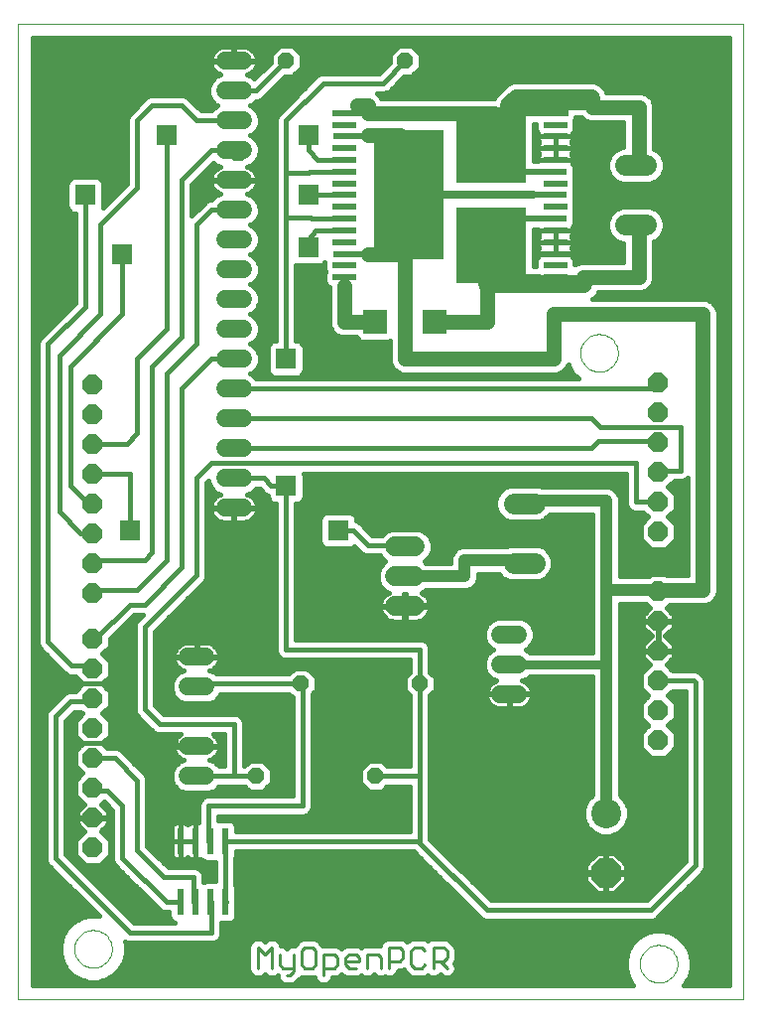
<source format=gtl>
G75*
%MOIN*%
%OFA0B0*%
%FSLAX24Y24*%
%IPPOS*%
%LPD*%
%AMOC8*
5,1,8,0,0,1.08239X$1,22.5*
%
%ADD10C,0.0000*%
%ADD11C,0.0100*%
%ADD12C,0.0600*%
%ADD13C,0.0594*%
%ADD14OC8,0.0520*%
%ADD15R,0.0787X0.0200*%
%ADD16R,0.1575X0.0200*%
%ADD17R,0.2362X0.4331*%
%ADD18R,0.3268X0.0256*%
%ADD19R,0.2362X0.2559*%
%ADD20C,0.1000*%
%ADD21OC8,0.1000*%
%ADD22OC8,0.0660*%
%ADD23R,0.0236X0.0866*%
%ADD24C,0.0660*%
%ADD25C,0.0705*%
%ADD26C,0.0160*%
%ADD27C,0.0500*%
%ADD28C,0.0400*%
%ADD29C,0.0300*%
%ADD30R,0.0700X0.0700*%
%ADD31C,0.0200*%
%ADD32R,0.0800X0.0800*%
D10*
X000180Y007200D02*
X000180Y039946D01*
X024550Y039946D01*
X024550Y007200D01*
X000180Y007200D01*
X002068Y008904D02*
X002070Y008954D01*
X002076Y009004D01*
X002086Y009053D01*
X002100Y009101D01*
X002117Y009148D01*
X002138Y009193D01*
X002163Y009237D01*
X002191Y009278D01*
X002223Y009317D01*
X002257Y009354D01*
X002294Y009388D01*
X002334Y009418D01*
X002376Y009445D01*
X002420Y009469D01*
X002466Y009490D01*
X002513Y009506D01*
X002561Y009519D01*
X002611Y009528D01*
X002660Y009533D01*
X002711Y009534D01*
X002761Y009531D01*
X002810Y009524D01*
X002859Y009513D01*
X002907Y009498D01*
X002953Y009480D01*
X002998Y009458D01*
X003041Y009432D01*
X003082Y009403D01*
X003121Y009371D01*
X003157Y009336D01*
X003189Y009298D01*
X003219Y009258D01*
X003246Y009215D01*
X003269Y009171D01*
X003288Y009125D01*
X003304Y009077D01*
X003316Y009028D01*
X003324Y008979D01*
X003328Y008929D01*
X003328Y008879D01*
X003324Y008829D01*
X003316Y008780D01*
X003304Y008731D01*
X003288Y008683D01*
X003269Y008637D01*
X003246Y008593D01*
X003219Y008550D01*
X003189Y008510D01*
X003157Y008472D01*
X003121Y008437D01*
X003082Y008405D01*
X003041Y008376D01*
X002998Y008350D01*
X002953Y008328D01*
X002907Y008310D01*
X002859Y008295D01*
X002810Y008284D01*
X002761Y008277D01*
X002711Y008274D01*
X002660Y008275D01*
X002611Y008280D01*
X002561Y008289D01*
X002513Y008302D01*
X002466Y008318D01*
X002420Y008339D01*
X002376Y008363D01*
X002334Y008390D01*
X002294Y008420D01*
X002257Y008454D01*
X002223Y008491D01*
X002191Y008530D01*
X002163Y008571D01*
X002138Y008615D01*
X002117Y008660D01*
X002100Y008707D01*
X002086Y008755D01*
X002076Y008804D01*
X002070Y008854D01*
X002068Y008904D01*
X021068Y008404D02*
X021070Y008454D01*
X021076Y008504D01*
X021086Y008553D01*
X021100Y008601D01*
X021117Y008648D01*
X021138Y008693D01*
X021163Y008737D01*
X021191Y008778D01*
X021223Y008817D01*
X021257Y008854D01*
X021294Y008888D01*
X021334Y008918D01*
X021376Y008945D01*
X021420Y008969D01*
X021466Y008990D01*
X021513Y009006D01*
X021561Y009019D01*
X021611Y009028D01*
X021660Y009033D01*
X021711Y009034D01*
X021761Y009031D01*
X021810Y009024D01*
X021859Y009013D01*
X021907Y008998D01*
X021953Y008980D01*
X021998Y008958D01*
X022041Y008932D01*
X022082Y008903D01*
X022121Y008871D01*
X022157Y008836D01*
X022189Y008798D01*
X022219Y008758D01*
X022246Y008715D01*
X022269Y008671D01*
X022288Y008625D01*
X022304Y008577D01*
X022316Y008528D01*
X022324Y008479D01*
X022328Y008429D01*
X022328Y008379D01*
X022324Y008329D01*
X022316Y008280D01*
X022304Y008231D01*
X022288Y008183D01*
X022269Y008137D01*
X022246Y008093D01*
X022219Y008050D01*
X022189Y008010D01*
X022157Y007972D01*
X022121Y007937D01*
X022082Y007905D01*
X022041Y007876D01*
X021998Y007850D01*
X021953Y007828D01*
X021907Y007810D01*
X021859Y007795D01*
X021810Y007784D01*
X021761Y007777D01*
X021711Y007774D01*
X021660Y007775D01*
X021611Y007780D01*
X021561Y007789D01*
X021513Y007802D01*
X021466Y007818D01*
X021420Y007839D01*
X021376Y007863D01*
X021334Y007890D01*
X021294Y007920D01*
X021257Y007954D01*
X021223Y007991D01*
X021191Y008030D01*
X021163Y008071D01*
X021138Y008115D01*
X021117Y008160D01*
X021100Y008207D01*
X021086Y008255D01*
X021076Y008304D01*
X021070Y008354D01*
X021068Y008404D01*
X019068Y028904D02*
X019070Y028954D01*
X019076Y029004D01*
X019086Y029053D01*
X019100Y029101D01*
X019117Y029148D01*
X019138Y029193D01*
X019163Y029237D01*
X019191Y029278D01*
X019223Y029317D01*
X019257Y029354D01*
X019294Y029388D01*
X019334Y029418D01*
X019376Y029445D01*
X019420Y029469D01*
X019466Y029490D01*
X019513Y029506D01*
X019561Y029519D01*
X019611Y029528D01*
X019660Y029533D01*
X019711Y029534D01*
X019761Y029531D01*
X019810Y029524D01*
X019859Y029513D01*
X019907Y029498D01*
X019953Y029480D01*
X019998Y029458D01*
X020041Y029432D01*
X020082Y029403D01*
X020121Y029371D01*
X020157Y029336D01*
X020189Y029298D01*
X020219Y029258D01*
X020246Y029215D01*
X020269Y029171D01*
X020288Y029125D01*
X020304Y029077D01*
X020316Y029028D01*
X020324Y028979D01*
X020328Y028929D01*
X020328Y028879D01*
X020324Y028829D01*
X020316Y028780D01*
X020304Y028731D01*
X020288Y028683D01*
X020269Y028637D01*
X020246Y028593D01*
X020219Y028550D01*
X020189Y028510D01*
X020157Y028472D01*
X020121Y028437D01*
X020082Y028405D01*
X020041Y028376D01*
X019998Y028350D01*
X019953Y028328D01*
X019907Y028310D01*
X019859Y028295D01*
X019810Y028284D01*
X019761Y028277D01*
X019711Y028274D01*
X019660Y028275D01*
X019611Y028280D01*
X019561Y028289D01*
X019513Y028302D01*
X019466Y028318D01*
X019420Y028339D01*
X019376Y028363D01*
X019334Y028390D01*
X019294Y028420D01*
X019257Y028454D01*
X019223Y028491D01*
X019191Y028530D01*
X019163Y028571D01*
X019138Y028615D01*
X019117Y028660D01*
X019100Y028707D01*
X019086Y028755D01*
X019076Y028804D01*
X019070Y028854D01*
X019068Y028904D01*
D11*
X014473Y008951D02*
X014123Y008951D01*
X014123Y008250D01*
X014123Y008484D02*
X014473Y008484D01*
X014590Y008600D01*
X014590Y008834D01*
X014473Y008951D01*
X014357Y008484D02*
X014590Y008250D01*
X013853Y008367D02*
X013737Y008250D01*
X013503Y008250D01*
X013386Y008367D01*
X013386Y008834D01*
X013503Y008951D01*
X013737Y008951D01*
X013853Y008834D01*
X013117Y008834D02*
X013117Y008600D01*
X013000Y008484D01*
X012650Y008484D01*
X012650Y008250D02*
X012650Y008951D01*
X013000Y008951D01*
X013117Y008834D01*
X012380Y008600D02*
X012380Y008250D01*
X012380Y008600D02*
X012263Y008717D01*
X011913Y008717D01*
X011913Y008250D01*
X011644Y008484D02*
X011644Y008600D01*
X011527Y008717D01*
X011293Y008717D01*
X011177Y008600D01*
X011177Y008367D01*
X011293Y008250D01*
X011527Y008250D01*
X011644Y008484D02*
X011177Y008484D01*
X010907Y008600D02*
X010907Y008367D01*
X010790Y008250D01*
X010440Y008250D01*
X010440Y008016D02*
X010440Y008717D01*
X010790Y008717D01*
X010907Y008600D01*
X010170Y008367D02*
X010170Y008834D01*
X010054Y008951D01*
X009820Y008951D01*
X009703Y008834D01*
X009703Y008367D01*
X009820Y008250D01*
X010054Y008250D01*
X010170Y008367D01*
X009434Y008250D02*
X009083Y008250D01*
X008967Y008367D01*
X008967Y008717D01*
X008697Y008951D02*
X008697Y008250D01*
X008230Y008250D02*
X008230Y008951D01*
X008464Y008717D01*
X008697Y008951D01*
X009434Y008717D02*
X009434Y008133D01*
X009317Y008016D01*
X009200Y008016D01*
D12*
X007730Y023700D02*
X007130Y023700D01*
X007130Y024700D02*
X007730Y024700D01*
X007730Y025700D02*
X007130Y025700D01*
X007130Y026700D02*
X007730Y026700D01*
X007730Y027700D02*
X007130Y027700D01*
X007130Y028700D02*
X007730Y028700D01*
X007730Y029700D02*
X007130Y029700D01*
X007130Y030700D02*
X007730Y030700D01*
X007730Y031700D02*
X007130Y031700D01*
X007130Y032700D02*
X007730Y032700D01*
X007730Y033700D02*
X007130Y033700D01*
X007130Y034700D02*
X007730Y034700D01*
X007730Y035700D02*
X007130Y035700D01*
X007130Y036700D02*
X007730Y036700D01*
X007730Y037700D02*
X007130Y037700D01*
X007130Y038700D02*
X007730Y038700D01*
X015930Y031200D02*
X019180Y031200D01*
X016680Y037200D02*
X016930Y037450D01*
X019430Y037450D01*
D13*
X016977Y019450D02*
X016383Y019450D01*
X016383Y018450D02*
X016977Y018450D01*
X016977Y017450D02*
X016383Y017450D01*
X006477Y017700D02*
X005883Y017700D01*
X005883Y018700D02*
X006477Y018700D01*
X006477Y015700D02*
X005883Y015700D01*
X005883Y014700D02*
X006477Y014700D01*
D14*
X008180Y014700D03*
X009680Y017800D03*
X012180Y014700D03*
X013680Y017800D03*
X013180Y038700D03*
X009180Y038700D03*
D15*
X011137Y036956D03*
X011137Y036956D03*
X011137Y036562D03*
X011137Y035775D03*
X011137Y035381D03*
X011137Y034987D03*
X011137Y034594D03*
X011137Y034200D03*
X011137Y033806D03*
X011137Y033413D03*
X011137Y033019D03*
X011137Y032625D03*
X011137Y031838D03*
X011137Y031444D03*
X011140Y031444D03*
X018223Y031449D03*
X018223Y031838D03*
X018223Y032231D03*
X018223Y032625D03*
X018223Y033019D03*
X018223Y033806D03*
X018223Y034594D03*
X018223Y035381D03*
X018223Y035775D03*
X018223Y036169D03*
X018223Y036562D03*
X018255Y036956D03*
D16*
X017830Y034987D03*
X017830Y034200D03*
X017830Y033413D03*
X011530Y032231D03*
X011530Y036169D03*
D17*
X013302Y034200D03*
D18*
X015918Y034200D03*
D19*
X016058Y032527D03*
X016058Y035873D03*
D20*
X019930Y013450D03*
D21*
X019930Y011450D03*
D22*
X021680Y015900D03*
X021680Y016900D03*
X021680Y017900D03*
X021680Y018900D03*
X021680Y019900D03*
X021680Y020900D03*
X021680Y022900D03*
X021680Y023900D03*
X021680Y024900D03*
X021680Y025900D03*
X021680Y026900D03*
X021680Y027900D03*
X002680Y027850D03*
X002680Y026850D03*
X002680Y025850D03*
X002680Y024850D03*
X002680Y023850D03*
X002680Y022850D03*
X002680Y021850D03*
X002680Y020850D03*
X002680Y019300D03*
X002680Y018300D03*
X002680Y017300D03*
X002680Y016300D03*
X002680Y015300D03*
X002680Y014300D03*
X002680Y013300D03*
X002680Y012300D03*
D23*
X005630Y012524D03*
X006130Y012524D03*
X006630Y012524D03*
X007130Y012524D03*
X007130Y010476D03*
X006630Y010476D03*
X006130Y010476D03*
X005630Y010476D03*
D24*
X012850Y020400D02*
X013510Y020400D01*
X013510Y021400D02*
X012850Y021400D01*
X012850Y022400D02*
X013510Y022400D01*
D25*
X016828Y021850D02*
X017533Y021850D01*
X017533Y023850D02*
X016828Y023850D01*
X020578Y033200D02*
X021283Y033200D01*
X021283Y035200D02*
X020578Y035200D01*
D26*
X020930Y035200D02*
X021030Y035250D01*
X021540Y035756D02*
X021540Y037251D01*
X021462Y037439D01*
X021319Y037582D01*
X021131Y037660D01*
X019949Y037660D01*
X019905Y037767D01*
X019747Y037925D01*
X019541Y038010D01*
X016819Y038010D01*
X016613Y037925D01*
X016205Y037517D01*
X016182Y037460D01*
X012374Y037460D01*
X012362Y037489D01*
X012241Y037610D01*
X012498Y037610D01*
X012623Y037662D01*
X013141Y038180D01*
X013395Y038180D01*
X013700Y038485D01*
X013700Y038915D01*
X013395Y039220D01*
X012965Y039220D01*
X012660Y038915D01*
X012660Y038661D01*
X012289Y038290D01*
X010362Y038290D01*
X010237Y038238D01*
X010142Y038143D01*
X008892Y036893D01*
X008840Y036768D01*
X008840Y029310D01*
X008778Y029310D01*
X008683Y029270D01*
X008610Y029197D01*
X008570Y029102D01*
X008570Y028298D01*
X008610Y028203D01*
X008683Y028130D01*
X008778Y028090D01*
X009582Y028090D01*
X009677Y028130D01*
X009750Y028203D01*
X009790Y028298D01*
X009790Y029102D01*
X009750Y029197D01*
X009677Y029270D01*
X009582Y029310D01*
X009520Y029310D01*
X009520Y031843D01*
X009528Y031840D01*
X010332Y031840D01*
X010427Y031880D01*
X010483Y031935D01*
X010483Y031686D01*
X010502Y031641D01*
X010483Y031596D01*
X010483Y031292D01*
X009520Y031292D01*
X009520Y031134D02*
X010586Y031134D01*
X010596Y031124D02*
X010630Y031110D01*
X010630Y029849D01*
X010707Y029661D01*
X010851Y029518D01*
X011038Y029440D01*
X011544Y029440D01*
X011560Y029403D01*
X011633Y029330D01*
X011728Y029290D01*
X012632Y029290D01*
X012670Y029306D01*
X012670Y028599D01*
X012748Y028411D01*
X012891Y028268D01*
X013079Y028190D01*
X018281Y028190D01*
X018469Y028268D01*
X018612Y028411D01*
X018654Y028512D01*
X018664Y028476D01*
X018810Y028222D01*
X018992Y028040D01*
X008182Y028040D01*
X008047Y028175D01*
X007986Y028200D01*
X008047Y028225D01*
X008205Y028383D01*
X008290Y028589D01*
X008290Y028811D01*
X008205Y029017D01*
X008047Y029175D01*
X007986Y029200D01*
X008047Y029225D01*
X008205Y029383D01*
X008290Y029589D01*
X008290Y029811D01*
X008205Y030017D01*
X008047Y030175D01*
X007986Y030200D01*
X008047Y030225D01*
X008205Y030383D01*
X008290Y030589D01*
X008290Y030811D01*
X008205Y031017D01*
X008047Y031175D01*
X007986Y031200D01*
X008047Y031225D01*
X008205Y031383D01*
X008290Y031589D01*
X008290Y031811D01*
X008205Y032017D01*
X008047Y032175D01*
X007986Y032200D01*
X008047Y032225D01*
X008205Y032383D01*
X008290Y032589D01*
X008290Y032811D01*
X008205Y033017D01*
X008047Y033175D01*
X007986Y033200D01*
X008047Y033225D01*
X008205Y033383D01*
X008290Y033589D01*
X008290Y033811D01*
X008205Y034017D01*
X008047Y034175D01*
X007880Y034244D01*
X007914Y034255D01*
X007982Y034289D01*
X008043Y034334D01*
X008096Y034387D01*
X008141Y034448D01*
X008175Y034516D01*
X008198Y034588D01*
X008210Y034662D01*
X008210Y034680D01*
X007450Y034680D01*
X007450Y034720D01*
X008210Y034720D01*
X008210Y034738D01*
X008198Y034812D01*
X008175Y034884D01*
X008141Y034952D01*
X008096Y035013D01*
X008043Y035066D01*
X007982Y035111D01*
X007914Y035145D01*
X007880Y035156D01*
X008047Y035225D01*
X008205Y035383D01*
X008290Y035589D01*
X008290Y035811D01*
X008205Y036017D01*
X008047Y036175D01*
X007986Y036200D01*
X008047Y036225D01*
X008205Y036383D01*
X008290Y036589D01*
X008290Y036811D01*
X008205Y037017D01*
X008047Y037175D01*
X007986Y037200D01*
X008047Y037225D01*
X008182Y037360D01*
X008248Y037360D01*
X008373Y037412D01*
X009141Y038180D01*
X009395Y038180D01*
X009700Y038485D01*
X009700Y038915D01*
X009395Y039220D01*
X008965Y039220D01*
X008660Y038915D01*
X008660Y038661D01*
X008111Y038111D01*
X008047Y038175D01*
X007880Y038244D01*
X007914Y038255D01*
X007982Y038289D01*
X008043Y038334D01*
X008096Y038387D01*
X008141Y038448D01*
X008175Y038516D01*
X008198Y038588D01*
X008210Y038662D01*
X008210Y038680D01*
X007450Y038680D01*
X007450Y038720D01*
X007410Y038720D01*
X007410Y039180D01*
X007092Y039180D01*
X007018Y039168D01*
X006946Y039145D01*
X006878Y039111D01*
X006817Y039066D01*
X006764Y039013D01*
X006719Y038952D01*
X006685Y038884D01*
X006662Y038812D01*
X006650Y038738D01*
X006650Y038720D01*
X007410Y038720D01*
X007410Y038680D01*
X006650Y038680D01*
X006650Y038662D01*
X006662Y038588D01*
X006685Y038516D01*
X006719Y038448D01*
X006764Y038387D01*
X006817Y038334D01*
X006878Y038289D01*
X006946Y038255D01*
X006980Y038244D01*
X006813Y038175D01*
X006655Y038017D01*
X006570Y037811D01*
X006570Y037589D01*
X006655Y037383D01*
X006813Y037225D01*
X006874Y037200D01*
X006813Y037175D01*
X006678Y037040D01*
X006321Y037040D01*
X005968Y037393D01*
X005873Y037488D01*
X005748Y037540D01*
X004612Y037540D01*
X004487Y037488D01*
X003892Y036893D01*
X003840Y036768D01*
X003840Y034591D01*
X003035Y033786D01*
X003040Y033798D01*
X003040Y034602D01*
X003000Y034697D01*
X002927Y034770D01*
X002832Y034810D01*
X002028Y034810D01*
X001933Y034770D01*
X001860Y034697D01*
X001820Y034602D01*
X001820Y033798D01*
X001860Y033703D01*
X001933Y033630D01*
X002028Y033590D01*
X002090Y033590D01*
X002090Y030591D01*
X000892Y029393D01*
X000840Y029268D01*
X000840Y019132D01*
X000892Y019007D01*
X000987Y018912D01*
X001787Y018112D01*
X001912Y018060D01*
X002090Y018060D01*
X002090Y018056D01*
X002346Y017800D01*
X002090Y017544D01*
X002090Y017540D01*
X001862Y017540D01*
X001737Y017488D01*
X001237Y016988D01*
X001142Y016893D01*
X001090Y016768D01*
X001090Y011882D01*
X001142Y011757D01*
X001237Y011662D01*
X002900Y009999D01*
X002844Y010014D01*
X002552Y010014D01*
X002270Y009938D01*
X002016Y009792D01*
X001810Y009585D01*
X001664Y009332D01*
X001588Y009050D01*
X001588Y008758D01*
X001664Y008476D01*
X001810Y008222D01*
X002016Y008016D01*
X002270Y007870D01*
X002552Y007794D01*
X002844Y007794D01*
X003126Y007870D01*
X003379Y008016D01*
X003586Y008222D01*
X003732Y008476D01*
X003808Y008758D01*
X003808Y009050D01*
X003783Y009143D01*
X003862Y009110D01*
X006748Y009110D01*
X006873Y009162D01*
X006968Y009257D01*
X007020Y009382D01*
X007020Y009783D01*
X007300Y009783D01*
X007395Y009823D01*
X007469Y009896D01*
X007508Y009992D01*
X007508Y010380D01*
X007520Y010409D01*
X007520Y010544D01*
X007508Y010573D01*
X007508Y010961D01*
X007470Y011053D01*
X007470Y011947D01*
X007508Y012039D01*
X007508Y012184D01*
X013466Y012184D01*
X013487Y012162D01*
X015737Y009912D01*
X015862Y009860D01*
X021498Y009860D01*
X021623Y009912D01*
X021718Y010007D01*
X023123Y011412D01*
X023218Y011507D01*
X023270Y011632D01*
X023270Y017918D01*
X023218Y018043D01*
X023073Y018188D01*
X022948Y018240D01*
X022174Y018240D01*
X021958Y018457D01*
X022190Y018689D01*
X022190Y018882D01*
X021698Y018882D01*
X021698Y018918D01*
X022190Y018918D01*
X022190Y019111D01*
X021901Y019400D01*
X022190Y019689D01*
X022190Y019882D01*
X021698Y019882D01*
X021698Y019918D01*
X022190Y019918D01*
X022190Y020111D01*
X021958Y020343D01*
X022054Y020440D01*
X023281Y020440D01*
X023469Y020518D01*
X023612Y020661D01*
X023690Y020849D01*
X023690Y030301D01*
X023612Y030489D01*
X023469Y030632D01*
X023281Y030710D01*
X019460Y030710D01*
X019497Y030725D01*
X019655Y030883D01*
X019678Y030940D01*
X021131Y030940D01*
X021319Y031018D01*
X021462Y031161D01*
X021540Y031349D01*
X021540Y032644D01*
X021629Y032681D01*
X021802Y032853D01*
X021895Y033078D01*
X021895Y033322D01*
X021802Y033547D01*
X021629Y033719D01*
X021404Y033812D01*
X020456Y033812D01*
X020231Y033719D01*
X020058Y033547D01*
X019965Y033322D01*
X019965Y033078D01*
X020058Y032853D01*
X020231Y032681D01*
X020456Y032588D01*
X020520Y032588D01*
X020520Y031960D01*
X019079Y031960D01*
X018891Y031882D01*
X018877Y031868D01*
X018877Y031990D01*
X018837Y032085D01*
X018797Y032125D01*
X018797Y032231D01*
X018223Y032231D01*
X017650Y032231D01*
X017650Y032125D01*
X017609Y032085D01*
X017570Y031990D01*
X017570Y031805D01*
X017499Y031806D01*
X017499Y033053D01*
X017650Y033053D01*
X017650Y033019D01*
X018223Y033019D01*
X018223Y033019D01*
X017650Y033019D01*
X017650Y032895D01*
X017662Y032849D01*
X017678Y032822D01*
X017662Y032795D01*
X017650Y032749D01*
X017650Y032625D01*
X017650Y032501D01*
X017662Y032456D01*
X017678Y032428D01*
X017662Y032401D01*
X017650Y032355D01*
X017650Y032232D01*
X018223Y032232D01*
X018223Y032625D01*
X017650Y032625D01*
X018223Y032625D01*
X018223Y032625D01*
X018223Y032625D01*
X018223Y032345D01*
X018223Y032232D01*
X018223Y032232D01*
X018223Y032231D01*
X018223Y032232D01*
X018797Y032232D01*
X018797Y032355D01*
X018785Y032401D01*
X018769Y032428D01*
X018785Y032456D01*
X018797Y032501D01*
X018797Y032625D01*
X018223Y032625D01*
X018223Y033019D01*
X018223Y033019D01*
X018223Y032739D01*
X018223Y032625D01*
X018223Y032625D01*
X018223Y032625D01*
X018797Y032625D01*
X018797Y032749D01*
X018785Y032795D01*
X018769Y032822D01*
X018785Y032849D01*
X018797Y032895D01*
X018797Y033019D01*
X018797Y033125D01*
X018837Y033165D01*
X018877Y033261D01*
X018877Y033564D01*
X018858Y033609D01*
X018877Y033655D01*
X018877Y033958D01*
X018858Y034003D01*
X018877Y034048D01*
X018877Y034352D01*
X018858Y034397D01*
X018877Y034442D01*
X018877Y034745D01*
X018858Y034791D01*
X018877Y034836D01*
X018877Y035139D01*
X018837Y035235D01*
X018797Y035275D01*
X018797Y035381D01*
X018223Y035381D01*
X017650Y035381D01*
X017650Y035347D01*
X017499Y035347D01*
X017499Y036596D01*
X017570Y036596D01*
X017570Y036410D01*
X017609Y036315D01*
X017650Y036275D01*
X017650Y036169D01*
X018223Y036169D01*
X018223Y036168D01*
X018223Y036168D01*
X018223Y035775D01*
X018223Y035775D01*
X017650Y035775D01*
X017650Y035899D01*
X017662Y035944D01*
X017678Y035972D01*
X017662Y035999D01*
X017650Y036045D01*
X017650Y036168D01*
X018223Y036168D01*
X018223Y035889D01*
X018223Y035889D01*
X018223Y035775D01*
X018223Y035775D01*
X017650Y035775D01*
X017650Y035651D01*
X017662Y035605D01*
X017678Y035578D01*
X017662Y035551D01*
X017650Y035505D01*
X017650Y035381D01*
X018223Y035381D01*
X018223Y035381D01*
X018223Y035775D01*
X018223Y035775D01*
X018797Y035775D01*
X018797Y035899D01*
X018785Y035944D01*
X018769Y035972D01*
X018785Y035999D01*
X018797Y036045D01*
X018797Y036168D01*
X018223Y036168D01*
X018223Y036169D01*
X018797Y036169D01*
X018797Y036275D01*
X018837Y036315D01*
X018877Y036410D01*
X018877Y036714D01*
X018874Y036721D01*
X018909Y036804D01*
X018909Y036810D01*
X019099Y036810D01*
X019191Y036718D01*
X019379Y036640D01*
X020520Y036640D01*
X020520Y035812D01*
X020456Y035812D01*
X020231Y035719D01*
X020058Y035547D01*
X019965Y035322D01*
X019965Y035078D01*
X020058Y034853D01*
X020231Y034681D01*
X020456Y034588D01*
X021404Y034588D01*
X021629Y034681D01*
X021802Y034853D01*
X021895Y035078D01*
X021895Y035322D01*
X021802Y035547D01*
X021629Y035719D01*
X021540Y035756D01*
X021603Y035730D02*
X024070Y035730D01*
X024070Y035572D02*
X021777Y035572D01*
X021857Y035413D02*
X024070Y035413D01*
X024070Y035255D02*
X021895Y035255D01*
X021895Y035096D02*
X024070Y035096D01*
X024070Y034938D02*
X021837Y034938D01*
X021728Y034779D02*
X024070Y034779D01*
X024070Y034621D02*
X021484Y034621D01*
X021679Y033670D02*
X024070Y033670D01*
X024070Y033828D02*
X018877Y033828D01*
X018877Y033670D02*
X020181Y033670D01*
X020043Y033511D02*
X018877Y033511D01*
X018877Y033353D02*
X019978Y033353D01*
X019965Y033194D02*
X018849Y033194D01*
X018797Y033036D02*
X019983Y033036D01*
X020048Y032877D02*
X018792Y032877D01*
X018797Y033019D02*
X018223Y033019D01*
X018797Y033019D01*
X018797Y032719D02*
X020193Y032719D01*
X020520Y032560D02*
X018797Y032560D01*
X018784Y032402D02*
X020520Y032402D01*
X020520Y032243D02*
X018797Y032243D01*
X018838Y032085D02*
X020520Y032085D01*
X020930Y031450D02*
X021030Y031450D01*
X021540Y031451D02*
X024070Y031451D01*
X024070Y031609D02*
X021540Y031609D01*
X021540Y031768D02*
X024070Y031768D01*
X024070Y031926D02*
X021540Y031926D01*
X021540Y032085D02*
X024070Y032085D01*
X024070Y032243D02*
X021540Y032243D01*
X021540Y032402D02*
X024070Y032402D01*
X024070Y032560D02*
X021540Y032560D01*
X021667Y032719D02*
X024070Y032719D01*
X024070Y032877D02*
X021812Y032877D01*
X021877Y033036D02*
X024070Y033036D01*
X024070Y033194D02*
X021895Y033194D01*
X021882Y033353D02*
X024070Y033353D01*
X024070Y033511D02*
X021817Y033511D01*
X021030Y033250D02*
X020930Y033200D01*
X020376Y034621D02*
X018877Y034621D01*
X018863Y034779D02*
X020132Y034779D01*
X020023Y034938D02*
X018877Y034938D01*
X018877Y035096D02*
X019965Y035096D01*
X019965Y035255D02*
X018818Y035255D01*
X018797Y035381D02*
X018797Y035505D01*
X018785Y035551D01*
X018769Y035578D01*
X018785Y035605D01*
X018797Y035651D01*
X018797Y035775D01*
X018223Y035775D01*
X018223Y035775D01*
X018223Y035661D01*
X018223Y035381D01*
X018223Y035381D01*
X018223Y035381D01*
X018797Y035381D01*
X018797Y035413D02*
X020003Y035413D01*
X020083Y035572D02*
X018773Y035572D01*
X018797Y035730D02*
X020257Y035730D01*
X020520Y035889D02*
X018797Y035889D01*
X018797Y036047D02*
X020520Y036047D01*
X020520Y036206D02*
X018797Y036206D01*
X018858Y036364D02*
X020520Y036364D01*
X020520Y036523D02*
X018877Y036523D01*
X018877Y036681D02*
X019279Y036681D01*
X019480Y037150D02*
X019430Y037200D01*
X019480Y037150D02*
X017930Y037150D01*
X017930Y037006D01*
X018255Y036956D01*
X017570Y036523D02*
X017499Y036523D01*
X017499Y036364D02*
X017589Y036364D01*
X017650Y036206D02*
X017499Y036206D01*
X017499Y036047D02*
X017650Y036047D01*
X017650Y035889D02*
X017499Y035889D01*
X017499Y035730D02*
X017650Y035730D01*
X017674Y035572D02*
X017499Y035572D01*
X017499Y035413D02*
X017650Y035413D01*
X017830Y034987D02*
X015930Y034987D01*
X015930Y034950D01*
X016058Y034950D01*
X016058Y035873D01*
X016180Y035873D01*
X016180Y036950D01*
X016430Y036950D01*
X016930Y036950D01*
X016430Y036950D02*
X016430Y037006D01*
X016187Y037474D02*
X012369Y037474D01*
X012551Y037632D02*
X016320Y037632D01*
X016479Y037791D02*
X012751Y037791D01*
X012910Y037949D02*
X016671Y037949D01*
X018223Y036047D02*
X018223Y036047D01*
X018223Y035730D02*
X018223Y035730D01*
X018223Y035572D02*
X018223Y035572D01*
X018223Y035413D02*
X018223Y035413D01*
X018877Y034462D02*
X024070Y034462D01*
X024070Y034304D02*
X018877Y034304D01*
X018877Y034145D02*
X024070Y034145D01*
X024070Y033987D02*
X018865Y033987D01*
X017830Y034200D02*
X015918Y034200D01*
X013302Y034200D01*
X012930Y034200D01*
X012537Y034593D01*
X012537Y036196D01*
X011934Y036196D01*
X011930Y036200D01*
X011939Y036209D01*
X011530Y036169D02*
X012537Y036196D01*
X012990Y036209D01*
X013330Y036219D01*
X013330Y034250D01*
X013180Y034250D01*
X013180Y032200D01*
X013430Y032200D01*
X011930Y032200D02*
X011899Y032231D01*
X011530Y032231D01*
X011177Y032233D02*
X011930Y032200D01*
X011137Y033019D02*
X011068Y033014D01*
X010180Y033014D01*
X009930Y032700D01*
X009930Y032450D01*
X010474Y031926D02*
X010483Y031926D01*
X010483Y031768D02*
X009520Y031768D01*
X009520Y031609D02*
X010488Y031609D01*
X010483Y031451D02*
X009520Y031451D01*
X009520Y030975D02*
X010630Y030975D01*
X010596Y031124D02*
X010523Y031197D01*
X010483Y031292D01*
X010630Y030817D02*
X009520Y030817D01*
X009520Y030658D02*
X010630Y030658D01*
X010630Y030500D02*
X009520Y030500D01*
X009520Y030341D02*
X010630Y030341D01*
X010630Y030183D02*
X009520Y030183D01*
X009520Y030024D02*
X010630Y030024D01*
X010630Y029866D02*
X009520Y029866D01*
X009520Y029707D02*
X010688Y029707D01*
X010820Y029549D02*
X009520Y029549D01*
X009520Y029390D02*
X011572Y029390D01*
X012670Y029232D02*
X009716Y029232D01*
X009790Y029073D02*
X012670Y029073D01*
X012670Y028915D02*
X009790Y028915D01*
X009790Y028756D02*
X012670Y028756D01*
X012670Y028598D02*
X009790Y028598D01*
X009790Y028439D02*
X012736Y028439D01*
X012878Y028281D02*
X009783Y028281D01*
X009659Y028122D02*
X018910Y028122D01*
X018776Y028281D02*
X018482Y028281D01*
X018624Y028439D02*
X018685Y028439D01*
X019430Y026700D02*
X007430Y026700D01*
X007430Y025700D02*
X019430Y025700D01*
X019680Y025950D01*
X021680Y025950D01*
X022435Y026402D02*
X022430Y024950D01*
X021680Y024950D01*
X021680Y024900D01*
X022091Y024477D02*
X022670Y024477D01*
X022670Y024635D02*
X022558Y024635D01*
X022559Y024636D02*
X022622Y024661D01*
X022622Y024662D01*
X022623Y024662D01*
X022670Y024709D01*
X022670Y024709D01*
X022670Y021460D01*
X021954Y021460D01*
X021924Y021490D01*
X021436Y021490D01*
X021356Y021410D01*
X020390Y021410D01*
X020390Y024041D01*
X020320Y024211D01*
X020191Y024340D01*
X020021Y024410D01*
X017781Y024410D01*
X017654Y024462D01*
X016706Y024462D01*
X016481Y024369D01*
X016308Y024197D01*
X016215Y023972D01*
X016215Y023728D01*
X016308Y023503D01*
X016481Y023331D01*
X016706Y023238D01*
X017654Y023238D01*
X017879Y023331D01*
X018039Y023490D01*
X019470Y023490D01*
X019470Y018860D01*
X017354Y018860D01*
X017292Y018922D01*
X017225Y018950D01*
X017292Y018978D01*
X017449Y019135D01*
X017534Y019339D01*
X017534Y019561D01*
X017449Y019765D01*
X017292Y019922D01*
X017088Y020007D01*
X016272Y020007D01*
X016068Y019922D01*
X015911Y019765D01*
X015826Y019561D01*
X015826Y019339D01*
X015911Y019135D01*
X016068Y018978D01*
X016135Y018950D01*
X016068Y018922D01*
X015911Y018765D01*
X015826Y018561D01*
X015826Y018339D01*
X015911Y018135D01*
X016068Y017978D01*
X016242Y017906D01*
X016200Y017892D01*
X016133Y017858D01*
X016073Y017814D01*
X016019Y017761D01*
X015975Y017700D01*
X015941Y017633D01*
X015918Y017562D01*
X015906Y017488D01*
X015906Y017468D01*
X016662Y017468D01*
X016662Y017432D01*
X016698Y017432D01*
X016698Y017468D01*
X017454Y017468D01*
X017454Y017488D01*
X017442Y017562D01*
X017419Y017633D01*
X017385Y017700D01*
X017341Y017761D01*
X017287Y017814D01*
X017227Y017858D01*
X017160Y017892D01*
X017118Y017906D01*
X017292Y017978D01*
X017354Y018040D01*
X019470Y018040D01*
X019470Y014065D01*
X019286Y013881D01*
X019170Y013601D01*
X019170Y013299D01*
X019286Y013019D01*
X019499Y012806D01*
X019779Y012690D01*
X020081Y012690D01*
X020361Y012806D01*
X020574Y013019D01*
X020690Y013299D01*
X020690Y013601D01*
X020574Y013881D01*
X020390Y014065D01*
X020390Y020490D01*
X021256Y020490D01*
X021402Y020343D01*
X021170Y020111D01*
X021170Y019918D01*
X021662Y019918D01*
X021662Y019882D01*
X021170Y019882D01*
X021170Y019689D01*
X021459Y019400D01*
X021170Y019111D01*
X021170Y018918D01*
X021662Y018918D01*
X021662Y018882D01*
X021170Y018882D01*
X021170Y018689D01*
X021402Y018457D01*
X021090Y018144D01*
X021090Y017656D01*
X021346Y017400D01*
X021090Y017144D01*
X021090Y016656D01*
X021346Y016400D01*
X021090Y016144D01*
X021090Y015656D01*
X021436Y015310D01*
X021924Y015310D01*
X022270Y015656D01*
X022270Y016144D01*
X022014Y016400D01*
X022270Y016656D01*
X022270Y017144D01*
X022014Y017400D01*
X022174Y017560D01*
X022590Y017560D01*
X022590Y011841D01*
X021289Y010540D01*
X016071Y010540D01*
X014020Y012591D01*
X014020Y017405D01*
X014200Y017585D01*
X014200Y018015D01*
X014020Y018195D01*
X014020Y019018D01*
X013968Y019143D01*
X013873Y019238D01*
X013748Y019290D01*
X009520Y019290D01*
X009520Y023840D01*
X009582Y023840D01*
X009677Y023880D01*
X009750Y023953D01*
X009790Y024048D01*
X009790Y024852D01*
X009787Y024860D01*
X020590Y024860D01*
X020590Y023832D01*
X020642Y023707D01*
X020737Y023612D01*
X020862Y023560D01*
X021186Y023560D01*
X021346Y023400D01*
X021090Y023144D01*
X021090Y022656D01*
X021436Y022310D01*
X021924Y022310D01*
X022270Y022656D01*
X022270Y023144D01*
X022014Y023400D01*
X022270Y023656D01*
X022270Y024144D01*
X022014Y024400D01*
X022224Y024610D01*
X022429Y024610D01*
X022496Y024610D01*
X022497Y024610D01*
X022498Y024610D01*
X022559Y024636D01*
X022670Y024318D02*
X022096Y024318D01*
X022255Y024160D02*
X022670Y024160D01*
X022670Y024001D02*
X022270Y024001D01*
X022270Y023843D02*
X022670Y023843D01*
X022670Y023684D02*
X022270Y023684D01*
X022140Y023526D02*
X022670Y023526D01*
X022670Y023367D02*
X022047Y023367D01*
X022206Y023209D02*
X022670Y023209D01*
X022670Y023050D02*
X022270Y023050D01*
X022270Y022892D02*
X022670Y022892D01*
X022670Y022733D02*
X022270Y022733D01*
X022189Y022575D02*
X022670Y022575D01*
X022670Y022416D02*
X022030Y022416D01*
X022670Y022258D02*
X020390Y022258D01*
X020390Y022416D02*
X021330Y022416D01*
X021171Y022575D02*
X020390Y022575D01*
X020390Y022733D02*
X021090Y022733D01*
X021090Y022892D02*
X020390Y022892D01*
X020390Y023050D02*
X021090Y023050D01*
X021154Y023209D02*
X020390Y023209D01*
X020390Y023367D02*
X021313Y023367D01*
X021220Y023526D02*
X020390Y023526D01*
X020390Y023684D02*
X020665Y023684D01*
X020590Y023843D02*
X020390Y023843D01*
X020390Y024001D02*
X020590Y024001D01*
X020590Y024160D02*
X020341Y024160D01*
X020213Y024318D02*
X020590Y024318D01*
X020590Y024477D02*
X009790Y024477D01*
X009790Y024635D02*
X020590Y024635D01*
X020590Y024794D02*
X009790Y024794D01*
X009790Y024318D02*
X016429Y024318D01*
X016293Y024160D02*
X009790Y024160D01*
X009770Y024001D02*
X016227Y024001D01*
X016215Y023843D02*
X009588Y023843D01*
X009520Y023684D02*
X016233Y023684D01*
X016299Y023526D02*
X011415Y023526D01*
X011427Y023520D02*
X011332Y023560D01*
X010528Y023560D01*
X010433Y023520D01*
X010360Y023447D01*
X010320Y023352D01*
X010320Y022548D01*
X010360Y022453D01*
X010433Y022380D01*
X010528Y022340D01*
X011332Y022340D01*
X011427Y022380D01*
X011473Y022426D01*
X011642Y022257D01*
X011737Y022162D01*
X011862Y022110D01*
X012332Y022110D01*
X012350Y022066D01*
X012516Y021900D01*
X012350Y021734D01*
X012260Y021517D01*
X012260Y021283D01*
X012350Y021066D01*
X012516Y020900D01*
X012622Y020856D01*
X012583Y020836D01*
X012518Y020789D01*
X012461Y020732D01*
X012414Y020667D01*
X012377Y020596D01*
X012353Y020519D01*
X012340Y020440D01*
X012340Y020430D01*
X013150Y020430D01*
X013150Y020810D01*
X013210Y020810D01*
X013210Y020430D01*
X014020Y020430D01*
X014020Y020440D01*
X014007Y020519D01*
X013983Y020596D01*
X013946Y020667D01*
X013899Y020732D01*
X013842Y020789D01*
X013777Y020836D01*
X013738Y020856D01*
X013844Y020900D01*
X013884Y020940D01*
X015271Y020940D01*
X015441Y021010D01*
X015570Y021139D01*
X015640Y021308D01*
X015640Y021490D01*
X016321Y021490D01*
X016481Y021331D01*
X016706Y021238D01*
X017654Y021238D01*
X017879Y021331D01*
X018052Y021503D01*
X018145Y021728D01*
X018145Y021972D01*
X018052Y022197D01*
X017879Y022369D01*
X017654Y022462D01*
X016706Y022462D01*
X016579Y022410D01*
X015088Y022410D01*
X014919Y022340D01*
X014790Y022211D01*
X014720Y022041D01*
X014720Y021860D01*
X013884Y021860D01*
X013844Y021900D01*
X014010Y022066D01*
X014100Y022283D01*
X014100Y022517D01*
X014010Y022734D01*
X013844Y022900D01*
X013627Y022990D01*
X012733Y022990D01*
X012516Y022900D01*
X012406Y022790D01*
X012071Y022790D01*
X011623Y023238D01*
X011540Y023272D01*
X011540Y023352D01*
X011500Y023447D01*
X011427Y023520D01*
X011534Y023367D02*
X016444Y023367D01*
X017180Y023850D02*
X017180Y023950D01*
X017916Y023367D02*
X019470Y023367D01*
X019470Y023209D02*
X011652Y023209D01*
X011811Y023050D02*
X019470Y023050D01*
X019470Y022892D02*
X013853Y022892D01*
X014011Y022733D02*
X019470Y022733D01*
X019470Y022575D02*
X014076Y022575D01*
X014100Y022416D02*
X016593Y022416D01*
X016346Y021465D02*
X015640Y021465D01*
X015639Y021307D02*
X016539Y021307D01*
X015574Y021148D02*
X019470Y021148D01*
X019470Y020990D02*
X015391Y020990D01*
X014930Y020450D02*
X013180Y020450D01*
X013180Y020400D01*
X013210Y020370D02*
X013210Y020430D01*
X013150Y020430D01*
X013150Y020370D01*
X013210Y020370D01*
X014020Y020370D01*
X014020Y020360D01*
X014007Y020281D01*
X013983Y020204D01*
X013946Y020133D01*
X013899Y020068D01*
X013842Y020011D01*
X013777Y019964D01*
X013706Y019927D01*
X013629Y019903D01*
X013550Y019890D01*
X013210Y019890D01*
X013210Y020370D01*
X013210Y020356D02*
X013150Y020356D01*
X013150Y020370D02*
X013150Y019890D01*
X012810Y019890D01*
X012731Y019903D01*
X012654Y019927D01*
X012583Y019964D01*
X012518Y020011D01*
X012461Y020068D01*
X012414Y020133D01*
X012377Y020204D01*
X012353Y020281D01*
X012340Y020360D01*
X012340Y020370D01*
X013150Y020370D01*
X013150Y020514D02*
X013210Y020514D01*
X013210Y020673D02*
X013150Y020673D01*
X013150Y020197D02*
X013210Y020197D01*
X013210Y020039D02*
X013150Y020039D01*
X012490Y020039D02*
X009520Y020039D01*
X009520Y020197D02*
X012381Y020197D01*
X012341Y020356D02*
X009520Y020356D01*
X009520Y020514D02*
X012352Y020514D01*
X012418Y020673D02*
X009520Y020673D01*
X009520Y020831D02*
X012576Y020831D01*
X012426Y020990D02*
X009520Y020990D01*
X009520Y021148D02*
X012316Y021148D01*
X012260Y021307D02*
X009520Y021307D01*
X009520Y021465D02*
X012260Y021465D01*
X012304Y021624D02*
X009520Y021624D01*
X009520Y021782D02*
X012398Y021782D01*
X012475Y021941D02*
X009520Y021941D01*
X009520Y022099D02*
X012336Y022099D01*
X011930Y022450D02*
X013130Y022450D01*
X013180Y022400D01*
X013180Y022450D01*
X012507Y022892D02*
X011969Y022892D01*
X011930Y022450D02*
X011430Y022950D01*
X010930Y022950D01*
X011464Y022416D02*
X011483Y022416D01*
X011642Y022258D02*
X009520Y022258D01*
X009520Y022416D02*
X010396Y022416D01*
X010320Y022575D02*
X009520Y022575D01*
X009520Y022733D02*
X010320Y022733D01*
X010320Y022892D02*
X009520Y022892D01*
X009520Y023050D02*
X010320Y023050D01*
X010320Y023209D02*
X009520Y023209D01*
X009520Y023367D02*
X010326Y023367D01*
X010445Y023526D02*
X009520Y023526D01*
X008840Y023526D02*
X008178Y023526D01*
X008175Y023516D02*
X008198Y023588D01*
X008210Y023662D01*
X008210Y023680D01*
X007450Y023680D01*
X007450Y023720D01*
X008210Y023720D01*
X008210Y023738D01*
X008198Y023812D01*
X008175Y023884D01*
X008141Y023952D01*
X008096Y024013D01*
X008043Y024066D01*
X007982Y024111D01*
X007914Y024145D01*
X007880Y024156D01*
X008047Y024225D01*
X008182Y024360D01*
X008289Y024360D01*
X008487Y024162D01*
X008570Y024128D01*
X008570Y024048D01*
X008610Y023953D01*
X008683Y023880D01*
X008778Y023840D01*
X008840Y023840D01*
X008840Y018882D01*
X008892Y018757D01*
X008987Y018662D01*
X009112Y018610D01*
X013340Y018610D01*
X013340Y018195D01*
X013160Y018015D01*
X013160Y017585D01*
X013340Y017405D01*
X013340Y015040D01*
X012575Y015040D01*
X012395Y015220D01*
X011965Y015220D01*
X011660Y014915D01*
X011660Y014485D01*
X011965Y014180D01*
X012395Y014180D01*
X012575Y014360D01*
X013340Y014360D01*
X013340Y012864D01*
X007508Y012864D01*
X007508Y013008D01*
X007469Y013104D01*
X007395Y013177D01*
X007300Y013217D01*
X006960Y013217D01*
X006920Y013200D01*
X006920Y013360D01*
X009798Y013360D01*
X009923Y013412D01*
X010018Y013507D01*
X010070Y013632D01*
X010070Y017455D01*
X010200Y017585D01*
X010200Y018015D01*
X009895Y018320D01*
X009465Y018320D01*
X009285Y018140D01*
X006824Y018140D01*
X006792Y018172D01*
X006618Y018244D01*
X006660Y018258D01*
X006727Y018292D01*
X006787Y018336D01*
X006841Y018389D01*
X006885Y018450D01*
X006919Y018517D01*
X006942Y018588D01*
X006954Y018662D01*
X006954Y018682D01*
X006198Y018682D01*
X006198Y018718D01*
X006162Y018718D01*
X006162Y018682D01*
X005406Y018682D01*
X005406Y018662D01*
X005418Y018588D01*
X005441Y018517D01*
X005475Y018450D01*
X005519Y018389D01*
X005573Y018336D01*
X005633Y018292D01*
X005700Y018258D01*
X005742Y018244D01*
X005568Y018172D01*
X005411Y018015D01*
X005326Y017811D01*
X005326Y017589D01*
X005411Y017385D01*
X005568Y017228D01*
X005772Y017143D01*
X006588Y017143D01*
X006792Y017228D01*
X006949Y017385D01*
X006980Y017460D01*
X009285Y017460D01*
X009390Y017355D01*
X009390Y014040D01*
X006512Y014040D01*
X006387Y013988D01*
X006292Y013893D01*
X006240Y013768D01*
X006240Y013137D01*
X006130Y013137D01*
X005988Y013137D01*
X005942Y013124D01*
X005901Y013101D01*
X005880Y013079D01*
X005859Y013101D01*
X005818Y013124D01*
X005772Y013137D01*
X005630Y013137D01*
X005488Y013137D01*
X005442Y013124D01*
X005401Y013101D01*
X005368Y013067D01*
X005344Y013026D01*
X005332Y012980D01*
X005332Y012524D01*
X005630Y012524D01*
X005630Y013137D01*
X005630Y012524D01*
X005630Y012524D01*
X005928Y012524D01*
X006130Y012524D01*
X006130Y013137D01*
X006130Y012524D01*
X006130Y012524D01*
X006130Y012524D01*
X005630Y012524D01*
X005630Y012524D01*
X005630Y012524D01*
X006130Y012524D01*
X006130Y011911D01*
X006272Y011911D01*
X006313Y011922D01*
X006365Y011870D01*
X006460Y011831D01*
X006790Y011831D01*
X006790Y011169D01*
X006460Y011169D01*
X006420Y011153D01*
X006420Y011368D01*
X006368Y011493D01*
X006273Y011588D01*
X006148Y011640D01*
X005221Y011640D01*
X004520Y012341D01*
X004520Y014618D01*
X004468Y014743D01*
X003623Y015588D01*
X003498Y015640D01*
X003174Y015640D01*
X003014Y015800D01*
X003270Y016056D01*
X003270Y016544D01*
X003014Y016800D01*
X003270Y017056D01*
X003270Y017544D01*
X003014Y017800D01*
X003270Y018056D01*
X003270Y018544D01*
X003014Y018800D01*
X003270Y019056D01*
X003270Y019309D01*
X004071Y020110D01*
X004359Y020110D01*
X004237Y019988D01*
X004142Y019893D01*
X004090Y019768D01*
X004090Y016882D01*
X004142Y016757D01*
X004237Y016662D01*
X004737Y016162D01*
X004862Y016110D01*
X005637Y016110D01*
X005633Y016108D01*
X005573Y016064D01*
X005519Y016011D01*
X005475Y015950D01*
X005441Y015883D01*
X005418Y015812D01*
X005406Y015738D01*
X005406Y015718D01*
X006162Y015718D01*
X006162Y015682D01*
X005406Y015682D01*
X005406Y015662D01*
X005418Y015588D01*
X005441Y015517D01*
X005475Y015450D01*
X005519Y015389D01*
X005573Y015336D01*
X005633Y015292D01*
X005700Y015258D01*
X005742Y015244D01*
X005568Y015172D01*
X005411Y015015D01*
X005326Y014811D01*
X005326Y014589D01*
X005411Y014385D01*
X005568Y014228D01*
X005772Y014143D01*
X006588Y014143D01*
X006792Y014228D01*
X006924Y014360D01*
X007785Y014360D01*
X007965Y014180D01*
X008395Y014180D01*
X008700Y014485D01*
X008700Y014915D01*
X008395Y015220D01*
X007965Y015220D01*
X007785Y015040D01*
X007770Y015040D01*
X007770Y016518D01*
X007718Y016643D01*
X007623Y016738D01*
X007498Y016790D01*
X005071Y016790D01*
X004770Y017091D01*
X004770Y019559D01*
X006468Y021257D01*
X006520Y021382D01*
X006520Y024559D01*
X006570Y024609D01*
X006570Y024589D01*
X006655Y024383D01*
X006813Y024225D01*
X006980Y024156D01*
X006946Y024145D01*
X006878Y024111D01*
X006817Y024066D01*
X006764Y024013D01*
X006719Y023952D01*
X006685Y023884D01*
X006662Y023812D01*
X006650Y023738D01*
X006650Y023720D01*
X007410Y023720D01*
X007410Y023680D01*
X007450Y023680D01*
X007450Y023220D01*
X007768Y023220D01*
X007842Y023232D01*
X007914Y023255D01*
X007982Y023289D01*
X008043Y023334D01*
X008096Y023387D01*
X008141Y023448D01*
X008175Y023516D01*
X008076Y023367D02*
X008840Y023367D01*
X008840Y023209D02*
X006520Y023209D01*
X006520Y023367D02*
X006784Y023367D01*
X006764Y023387D02*
X006817Y023334D01*
X006878Y023289D01*
X006946Y023255D01*
X007018Y023232D01*
X007092Y023220D01*
X007410Y023220D01*
X007410Y023680D01*
X006650Y023680D01*
X006650Y023662D01*
X006662Y023588D01*
X006685Y023516D01*
X006719Y023448D01*
X006764Y023387D01*
X006682Y023526D02*
X006520Y023526D01*
X006520Y023684D02*
X007410Y023684D01*
X007450Y023684D02*
X008840Y023684D01*
X008772Y023843D02*
X008188Y023843D01*
X008105Y024001D02*
X008590Y024001D01*
X008493Y024160D02*
X007889Y024160D01*
X008140Y024318D02*
X008331Y024318D01*
X008680Y024450D02*
X008430Y024700D01*
X007430Y024700D01*
X006971Y024160D02*
X006520Y024160D01*
X006520Y024318D02*
X006720Y024318D01*
X006616Y024477D02*
X006520Y024477D01*
X006180Y024700D02*
X006680Y025200D01*
X020930Y025200D01*
X020930Y023900D01*
X021680Y023900D01*
X022670Y022099D02*
X020390Y022099D01*
X020390Y021941D02*
X022670Y021941D01*
X022670Y021782D02*
X020390Y021782D01*
X020390Y021624D02*
X022670Y021624D01*
X022670Y021465D02*
X021949Y021465D01*
X021411Y021465D02*
X020390Y021465D01*
X019470Y021465D02*
X018014Y021465D01*
X018102Y021624D02*
X019470Y021624D01*
X019470Y021782D02*
X018145Y021782D01*
X018145Y021941D02*
X019470Y021941D01*
X019470Y022099D02*
X018092Y022099D01*
X017991Y022258D02*
X019470Y022258D01*
X019470Y022416D02*
X017767Y022416D01*
X017821Y021307D02*
X019470Y021307D01*
X019470Y020831D02*
X013784Y020831D01*
X013942Y020673D02*
X019470Y020673D01*
X019470Y020514D02*
X014008Y020514D01*
X014019Y020356D02*
X019470Y020356D01*
X019470Y020197D02*
X013979Y020197D01*
X013870Y020039D02*
X019470Y020039D01*
X019470Y019880D02*
X017334Y019880D01*
X017467Y019722D02*
X019470Y019722D01*
X019470Y019563D02*
X017533Y019563D01*
X017534Y019405D02*
X019470Y019405D01*
X019470Y019246D02*
X017495Y019246D01*
X017402Y019088D02*
X019470Y019088D01*
X019470Y018929D02*
X017276Y018929D01*
X017292Y017978D02*
X019470Y017978D01*
X019470Y017820D02*
X017280Y017820D01*
X017405Y017661D02*
X019470Y017661D01*
X019470Y017503D02*
X017451Y017503D01*
X017454Y017432D02*
X016698Y017432D01*
X016698Y016973D01*
X017014Y016973D01*
X017089Y016985D01*
X017160Y017008D01*
X017227Y017042D01*
X017287Y017086D01*
X017341Y017139D01*
X017385Y017200D01*
X017419Y017267D01*
X017442Y017338D01*
X017454Y017412D01*
X017454Y017432D01*
X017443Y017344D02*
X019470Y017344D01*
X019430Y017450D02*
X016680Y017450D01*
X014930Y017450D01*
X014930Y020450D01*
X015893Y019722D02*
X009520Y019722D01*
X009520Y019880D02*
X016026Y019880D01*
X015827Y019563D02*
X009520Y019563D01*
X009520Y019405D02*
X015826Y019405D01*
X015865Y019246D02*
X013854Y019246D01*
X013991Y019088D02*
X015958Y019088D01*
X016084Y018929D02*
X014020Y018929D01*
X014020Y018771D02*
X015916Y018771D01*
X015848Y018612D02*
X014020Y018612D01*
X014020Y018454D02*
X015826Y018454D01*
X015845Y018295D02*
X014020Y018295D01*
X014079Y018137D02*
X015910Y018137D01*
X016068Y017978D02*
X014200Y017978D01*
X014200Y017820D02*
X016080Y017820D01*
X015955Y017661D02*
X014200Y017661D01*
X014118Y017503D02*
X015909Y017503D01*
X015906Y017432D02*
X015906Y017412D01*
X015918Y017338D01*
X015941Y017267D01*
X015975Y017200D01*
X016019Y017139D01*
X016073Y017086D01*
X016133Y017042D01*
X016200Y017008D01*
X016271Y016985D01*
X016346Y016973D01*
X016662Y016973D01*
X016662Y017432D01*
X015906Y017432D01*
X015917Y017344D02*
X014020Y017344D01*
X014020Y017186D02*
X015986Y017186D01*
X016163Y017027D02*
X014020Y017027D01*
X014020Y016869D02*
X019470Y016869D01*
X019470Y017027D02*
X017197Y017027D01*
X017374Y017186D02*
X019470Y017186D01*
X019470Y016710D02*
X014020Y016710D01*
X014020Y016552D02*
X019470Y016552D01*
X019470Y016393D02*
X014020Y016393D01*
X014020Y016235D02*
X019470Y016235D01*
X019470Y016076D02*
X014020Y016076D01*
X014020Y015918D02*
X019470Y015918D01*
X019470Y015759D02*
X014020Y015759D01*
X014020Y015601D02*
X019470Y015601D01*
X019470Y015442D02*
X014020Y015442D01*
X014020Y015284D02*
X019470Y015284D01*
X019470Y015125D02*
X014020Y015125D01*
X014020Y014967D02*
X019470Y014967D01*
X019470Y014808D02*
X014020Y014808D01*
X014020Y014650D02*
X019470Y014650D01*
X019470Y014491D02*
X014020Y014491D01*
X014020Y014333D02*
X019470Y014333D01*
X019470Y014174D02*
X014020Y014174D01*
X014020Y014016D02*
X019421Y014016D01*
X019276Y013857D02*
X014020Y013857D01*
X014020Y013699D02*
X019210Y013699D01*
X019170Y013540D02*
X014020Y013540D01*
X014020Y013382D02*
X019170Y013382D01*
X019201Y013223D02*
X014020Y013223D01*
X014020Y013065D02*
X019267Y013065D01*
X019399Y012906D02*
X014020Y012906D01*
X014020Y012748D02*
X019640Y012748D01*
X019648Y012130D02*
X019250Y011732D01*
X019250Y011470D01*
X019910Y011470D01*
X019910Y012130D01*
X019648Y012130D01*
X019632Y012114D02*
X014497Y012114D01*
X014339Y012272D02*
X022590Y012272D01*
X022590Y012114D02*
X020228Y012114D01*
X020212Y012130D02*
X019950Y012130D01*
X019950Y011470D01*
X019910Y011470D01*
X019910Y011430D01*
X019250Y011430D01*
X019250Y011168D01*
X019648Y010770D01*
X019910Y010770D01*
X019910Y011430D01*
X019950Y011430D01*
X019950Y011470D01*
X020610Y011470D01*
X020610Y011732D01*
X020212Y012130D01*
X020387Y011955D02*
X022590Y011955D01*
X022546Y011797D02*
X020545Y011797D01*
X020610Y011638D02*
X022387Y011638D01*
X022229Y011480D02*
X020610Y011480D01*
X020610Y011430D02*
X019950Y011430D01*
X019950Y010770D01*
X020212Y010770D01*
X020610Y011168D01*
X020610Y011430D01*
X020610Y011321D02*
X022070Y011321D01*
X021912Y011163D02*
X020604Y011163D01*
X020446Y011004D02*
X021753Y011004D01*
X021595Y010846D02*
X020287Y010846D01*
X019950Y010846D02*
X019910Y010846D01*
X019910Y011004D02*
X019950Y011004D01*
X019950Y011163D02*
X019910Y011163D01*
X019910Y011321D02*
X019950Y011321D01*
X019950Y011480D02*
X019910Y011480D01*
X019910Y011638D02*
X019950Y011638D01*
X019950Y011797D02*
X019910Y011797D01*
X019910Y011955D02*
X019950Y011955D01*
X019950Y012114D02*
X019910Y012114D01*
X019473Y011955D02*
X014656Y011955D01*
X014814Y011797D02*
X019315Y011797D01*
X019250Y011638D02*
X014973Y011638D01*
X015131Y011480D02*
X019250Y011480D01*
X019250Y011321D02*
X015290Y011321D01*
X015448Y011163D02*
X019256Y011163D01*
X019414Y011004D02*
X015607Y011004D01*
X015765Y010846D02*
X019573Y010846D01*
X020220Y012748D02*
X022590Y012748D01*
X022590Y012906D02*
X020461Y012906D01*
X020593Y013065D02*
X022590Y013065D01*
X022590Y013223D02*
X020659Y013223D01*
X020690Y013382D02*
X022590Y013382D01*
X022590Y013540D02*
X020690Y013540D01*
X020650Y013699D02*
X022590Y013699D01*
X022590Y013857D02*
X020584Y013857D01*
X020439Y014016D02*
X022590Y014016D01*
X022590Y014174D02*
X020390Y014174D01*
X020390Y014333D02*
X022590Y014333D01*
X022590Y014491D02*
X020390Y014491D01*
X020390Y014650D02*
X022590Y014650D01*
X022590Y014808D02*
X020390Y014808D01*
X020390Y014967D02*
X022590Y014967D01*
X022590Y015125D02*
X020390Y015125D01*
X020390Y015284D02*
X022590Y015284D01*
X022590Y015442D02*
X022056Y015442D01*
X022215Y015601D02*
X022590Y015601D01*
X022590Y015759D02*
X022270Y015759D01*
X022270Y015918D02*
X022590Y015918D01*
X022590Y016076D02*
X022270Y016076D01*
X022180Y016235D02*
X022590Y016235D01*
X022590Y016393D02*
X022021Y016393D01*
X022166Y016552D02*
X022590Y016552D01*
X022590Y016710D02*
X022270Y016710D01*
X022270Y016869D02*
X022590Y016869D01*
X022590Y017027D02*
X022270Y017027D01*
X022229Y017186D02*
X022590Y017186D01*
X022590Y017344D02*
X022070Y017344D01*
X022117Y017503D02*
X022590Y017503D01*
X022930Y017850D02*
X022880Y017900D01*
X021680Y017900D01*
X021243Y017503D02*
X020390Y017503D01*
X020390Y017661D02*
X021090Y017661D01*
X021090Y017820D02*
X020390Y017820D01*
X020390Y017978D02*
X021090Y017978D01*
X021090Y018137D02*
X020390Y018137D01*
X020390Y018295D02*
X021241Y018295D01*
X021399Y018454D02*
X020390Y018454D01*
X020390Y018612D02*
X021247Y018612D01*
X021170Y018771D02*
X020390Y018771D01*
X020390Y018929D02*
X021170Y018929D01*
X021170Y019088D02*
X020390Y019088D01*
X020390Y019246D02*
X021305Y019246D01*
X021454Y019405D02*
X020390Y019405D01*
X020390Y019563D02*
X021296Y019563D01*
X021170Y019722D02*
X020390Y019722D01*
X020390Y019880D02*
X021170Y019880D01*
X021170Y020039D02*
X020390Y020039D01*
X020390Y020197D02*
X021256Y020197D01*
X021390Y020356D02*
X020390Y020356D01*
X021662Y019882D02*
X021662Y019410D01*
X021662Y018918D01*
X021698Y018918D01*
X021698Y019882D01*
X021662Y019882D01*
X021662Y019880D02*
X021698Y019880D01*
X021680Y019900D02*
X021680Y018900D01*
X021662Y018929D02*
X021698Y018929D01*
X021698Y019088D02*
X021662Y019088D01*
X021662Y019246D02*
X021698Y019246D01*
X021698Y019405D02*
X021662Y019405D01*
X021662Y019563D02*
X021698Y019563D01*
X021698Y019722D02*
X021662Y019722D01*
X021906Y019405D02*
X024070Y019405D01*
X024070Y019563D02*
X022064Y019563D01*
X022190Y019722D02*
X024070Y019722D01*
X024070Y019880D02*
X022190Y019880D01*
X022190Y020039D02*
X024070Y020039D01*
X024070Y020197D02*
X022104Y020197D01*
X021970Y020356D02*
X024070Y020356D01*
X024070Y020514D02*
X023460Y020514D01*
X023617Y020673D02*
X024070Y020673D01*
X024070Y020831D02*
X023683Y020831D01*
X023690Y020990D02*
X024070Y020990D01*
X024070Y021148D02*
X023690Y021148D01*
X023690Y021307D02*
X024070Y021307D01*
X024070Y021465D02*
X023690Y021465D01*
X023690Y021624D02*
X024070Y021624D01*
X024070Y021782D02*
X023690Y021782D01*
X023690Y021941D02*
X024070Y021941D01*
X024070Y022099D02*
X023690Y022099D01*
X023690Y022258D02*
X024070Y022258D01*
X024070Y022416D02*
X023690Y022416D01*
X023690Y022575D02*
X024070Y022575D01*
X024070Y022733D02*
X023690Y022733D01*
X023690Y022892D02*
X024070Y022892D01*
X024070Y023050D02*
X023690Y023050D01*
X023690Y023209D02*
X024070Y023209D01*
X024070Y023367D02*
X023690Y023367D01*
X023690Y023526D02*
X024070Y023526D01*
X024070Y023684D02*
X023690Y023684D01*
X023690Y023843D02*
X024070Y023843D01*
X024070Y024001D02*
X023690Y024001D01*
X023690Y024160D02*
X024070Y024160D01*
X024070Y024318D02*
X023690Y024318D01*
X023690Y024477D02*
X024070Y024477D01*
X024070Y024635D02*
X023690Y024635D01*
X023690Y024794D02*
X024070Y024794D01*
X024070Y024952D02*
X023690Y024952D01*
X023690Y025111D02*
X024070Y025111D01*
X024070Y025269D02*
X023690Y025269D01*
X023690Y025428D02*
X024070Y025428D01*
X024070Y025586D02*
X023690Y025586D01*
X023690Y025745D02*
X024070Y025745D01*
X024070Y025903D02*
X023690Y025903D01*
X023690Y026062D02*
X024070Y026062D01*
X024070Y026220D02*
X023690Y026220D01*
X023690Y026379D02*
X024070Y026379D01*
X024070Y026537D02*
X023690Y026537D01*
X023690Y026696D02*
X024070Y026696D01*
X024070Y026854D02*
X023690Y026854D01*
X023690Y027013D02*
X024070Y027013D01*
X024070Y027171D02*
X023690Y027171D01*
X023690Y027330D02*
X024070Y027330D01*
X024070Y027488D02*
X023690Y027488D01*
X023690Y027647D02*
X024070Y027647D01*
X024070Y027805D02*
X023690Y027805D01*
X023690Y027964D02*
X024070Y027964D01*
X024070Y028122D02*
X023690Y028122D01*
X023690Y028281D02*
X024070Y028281D01*
X024070Y028439D02*
X023690Y028439D01*
X023690Y028598D02*
X024070Y028598D01*
X024070Y028756D02*
X023690Y028756D01*
X023690Y028915D02*
X024070Y028915D01*
X024070Y029073D02*
X023690Y029073D01*
X023690Y029232D02*
X024070Y029232D01*
X024070Y029390D02*
X023690Y029390D01*
X023690Y029549D02*
X024070Y029549D01*
X024070Y029707D02*
X023690Y029707D01*
X023690Y029866D02*
X024070Y029866D01*
X024070Y030024D02*
X023690Y030024D01*
X023690Y030183D02*
X024070Y030183D01*
X024070Y030341D02*
X023674Y030341D01*
X023602Y030500D02*
X024070Y030500D01*
X024070Y030658D02*
X023407Y030658D01*
X024070Y030817D02*
X019588Y030817D01*
X019180Y031200D02*
X019180Y031450D01*
X018173Y031450D01*
X018223Y031449D01*
X016130Y031499D01*
X015930Y031499D01*
X015229Y031499D01*
X015180Y031450D01*
X015330Y031450D01*
X015330Y031494D01*
X016130Y031499D02*
X016130Y032527D01*
X016058Y032527D01*
X016058Y033450D01*
X016180Y033450D01*
X016180Y033413D01*
X017830Y033413D01*
X017650Y033036D02*
X017499Y033036D01*
X017499Y032877D02*
X017654Y032877D01*
X017650Y032719D02*
X017499Y032719D01*
X017499Y032560D02*
X017650Y032560D01*
X017662Y032402D02*
X017499Y032402D01*
X017499Y032243D02*
X017650Y032243D01*
X017609Y032085D02*
X017499Y032085D01*
X017499Y031926D02*
X017570Y031926D01*
X018223Y032243D02*
X018223Y032243D01*
X018223Y032402D02*
X018223Y032402D01*
X018223Y032560D02*
X018223Y032560D01*
X018223Y032719D02*
X018223Y032719D01*
X018223Y032877D02*
X018223Y032877D01*
X018223Y033019D02*
X018223Y033019D01*
X018877Y031926D02*
X018997Y031926D01*
X021216Y030975D02*
X024070Y030975D01*
X024070Y031134D02*
X021435Y031134D01*
X021517Y031292D02*
X024070Y031292D01*
X021680Y027950D02*
X021680Y027900D01*
X021680Y027700D01*
X007430Y027700D01*
X008100Y028122D02*
X008701Y028122D01*
X008577Y028281D02*
X008102Y028281D01*
X008228Y028439D02*
X008570Y028439D01*
X008570Y028598D02*
X008290Y028598D01*
X008290Y028756D02*
X008570Y028756D01*
X008570Y028915D02*
X008247Y028915D01*
X008149Y029073D02*
X008570Y029073D01*
X008644Y029232D02*
X008053Y029232D01*
X008208Y029390D02*
X008840Y029390D01*
X008840Y029549D02*
X008273Y029549D01*
X008290Y029707D02*
X008840Y029707D01*
X008840Y029866D02*
X008268Y029866D01*
X008198Y030024D02*
X008840Y030024D01*
X008840Y030183D02*
X008028Y030183D01*
X008163Y030341D02*
X008840Y030341D01*
X008840Y030500D02*
X008253Y030500D01*
X008290Y030658D02*
X008840Y030658D01*
X008840Y030817D02*
X008288Y030817D01*
X008222Y030975D02*
X008840Y030975D01*
X008840Y031134D02*
X008088Y031134D01*
X008114Y031292D02*
X008840Y031292D01*
X008840Y031451D02*
X008233Y031451D01*
X008290Y031609D02*
X008840Y031609D01*
X008840Y031768D02*
X008290Y031768D01*
X008243Y031926D02*
X008840Y031926D01*
X008840Y032085D02*
X008137Y032085D01*
X008065Y032243D02*
X008840Y032243D01*
X008840Y032402D02*
X008213Y032402D01*
X008278Y032560D02*
X008840Y032560D01*
X008840Y032719D02*
X008290Y032719D01*
X008263Y032877D02*
X008840Y032877D01*
X008840Y033036D02*
X008186Y033036D01*
X008001Y033194D02*
X008840Y033194D01*
X008840Y033353D02*
X008174Y033353D01*
X008258Y033511D02*
X008840Y033511D01*
X008840Y033670D02*
X008290Y033670D01*
X008283Y033828D02*
X008840Y033828D01*
X008840Y033987D02*
X008217Y033987D01*
X008077Y034145D02*
X008840Y034145D01*
X008840Y034304D02*
X008001Y034304D01*
X008147Y034462D02*
X008840Y034462D01*
X008840Y034621D02*
X008203Y034621D01*
X008203Y034779D02*
X008840Y034779D01*
X008840Y034938D02*
X008148Y034938D01*
X008002Y035096D02*
X008840Y035096D01*
X008840Y035255D02*
X008077Y035255D01*
X008217Y035413D02*
X008840Y035413D01*
X008840Y035572D02*
X008283Y035572D01*
X008290Y035730D02*
X008840Y035730D01*
X008840Y035889D02*
X008258Y035889D01*
X008175Y036047D02*
X008840Y036047D01*
X008840Y036206D02*
X008000Y036206D01*
X008186Y036364D02*
X008840Y036364D01*
X008840Y036523D02*
X008263Y036523D01*
X008290Y036681D02*
X008840Y036681D01*
X008870Y036840D02*
X008278Y036840D01*
X008213Y036998D02*
X008997Y036998D01*
X009156Y037157D02*
X008065Y037157D01*
X008137Y037315D02*
X009314Y037315D01*
X009473Y037474D02*
X008434Y037474D01*
X008593Y037632D02*
X009631Y037632D01*
X009790Y037791D02*
X008751Y037791D01*
X008910Y037949D02*
X009948Y037949D01*
X010107Y038108D02*
X009068Y038108D01*
X009481Y038266D02*
X010305Y038266D01*
X010430Y037950D02*
X012430Y037950D01*
X013180Y038700D01*
X013557Y039059D02*
X024070Y039059D01*
X024070Y039217D02*
X013398Y039217D01*
X012962Y039217D02*
X009398Y039217D01*
X009557Y039059D02*
X012803Y039059D01*
X012660Y038900D02*
X009700Y038900D01*
X009700Y038742D02*
X012660Y038742D01*
X012582Y038583D02*
X009700Y038583D01*
X009640Y038425D02*
X012424Y038425D01*
X013068Y038108D02*
X024070Y038108D01*
X024070Y038266D02*
X013481Y038266D01*
X013640Y038425D02*
X024070Y038425D01*
X024070Y038583D02*
X013700Y038583D01*
X013700Y038742D02*
X024070Y038742D01*
X024070Y038900D02*
X013700Y038900D01*
X011930Y037200D02*
X011930Y036950D01*
X011087Y036950D01*
X011137Y036956D01*
X010430Y037950D02*
X009180Y036700D01*
X009180Y034950D01*
X009930Y034950D01*
X009967Y034987D01*
X011137Y034987D01*
X011137Y035381D02*
X010249Y035381D01*
X009930Y035700D01*
X009930Y036200D01*
X009180Y034950D02*
X009180Y033450D01*
X009993Y033450D01*
X010030Y033413D01*
X011137Y033413D01*
X011137Y034200D02*
X009930Y034200D01*
X009180Y033450D02*
X009180Y028700D01*
X007430Y028700D02*
X006680Y028700D01*
X005680Y027700D01*
X005680Y021700D01*
X004430Y020450D01*
X003930Y020450D01*
X002780Y019300D01*
X002680Y019300D01*
X002680Y019200D01*
X003143Y018929D02*
X004090Y018929D01*
X004090Y018771D02*
X003044Y018771D01*
X003202Y018612D02*
X004090Y018612D01*
X004090Y018454D02*
X003270Y018454D01*
X003270Y018295D02*
X004090Y018295D01*
X004090Y018137D02*
X003270Y018137D01*
X003192Y017978D02*
X004090Y017978D01*
X004090Y017820D02*
X003034Y017820D01*
X003153Y017661D02*
X004090Y017661D01*
X004090Y017503D02*
X003270Y017503D01*
X003270Y017344D02*
X004090Y017344D01*
X004090Y017186D02*
X003270Y017186D01*
X003241Y017027D02*
X004090Y017027D01*
X004096Y016869D02*
X003083Y016869D01*
X003104Y016710D02*
X004189Y016710D01*
X004348Y016552D02*
X003263Y016552D01*
X003270Y016393D02*
X004506Y016393D01*
X004665Y016235D02*
X003270Y016235D01*
X003270Y016076D02*
X005589Y016076D01*
X005459Y015918D02*
X003132Y015918D01*
X003055Y015759D02*
X005410Y015759D01*
X005416Y015601D02*
X003593Y015601D01*
X003769Y015442D02*
X005481Y015442D01*
X005650Y015284D02*
X003927Y015284D01*
X004086Y015125D02*
X005521Y015125D01*
X005391Y014967D02*
X004244Y014967D01*
X004403Y014808D02*
X005326Y014808D01*
X005326Y014650D02*
X004507Y014650D01*
X004520Y014491D02*
X005367Y014491D01*
X005463Y014333D02*
X004520Y014333D01*
X004520Y014174D02*
X005698Y014174D01*
X006277Y013857D02*
X004520Y013857D01*
X004520Y013699D02*
X006240Y013699D01*
X006240Y013540D02*
X004520Y013540D01*
X004520Y013382D02*
X006240Y013382D01*
X006240Y013223D02*
X004520Y013223D01*
X004520Y013065D02*
X005366Y013065D01*
X005332Y012906D02*
X004520Y012906D01*
X004520Y012748D02*
X005332Y012748D01*
X005332Y012589D02*
X004520Y012589D01*
X004520Y012431D02*
X005332Y012431D01*
X005332Y012524D02*
X005332Y012067D01*
X005344Y012021D01*
X005368Y011980D01*
X005401Y011947D01*
X005442Y011923D01*
X005488Y011911D01*
X005630Y011911D01*
X005772Y011911D01*
X005818Y011923D01*
X005859Y011947D01*
X005880Y011968D01*
X005901Y011947D01*
X005942Y011923D01*
X005988Y011911D01*
X006130Y011911D01*
X006130Y012524D01*
X006130Y012524D01*
X006130Y012589D02*
X006130Y012589D01*
X006130Y012431D02*
X006130Y012431D01*
X006130Y012272D02*
X006130Y012272D01*
X006130Y012114D02*
X006130Y012114D01*
X006130Y011955D02*
X006130Y011955D01*
X005893Y011955D02*
X005867Y011955D01*
X005630Y011955D02*
X005630Y011955D01*
X005630Y011911D02*
X005630Y012524D01*
X005332Y012524D01*
X005332Y012272D02*
X004589Y012272D01*
X004747Y012114D02*
X005332Y012114D01*
X005393Y011955D02*
X004906Y011955D01*
X005064Y011797D02*
X006790Y011797D01*
X006790Y011638D02*
X006152Y011638D01*
X006374Y011480D02*
X006790Y011480D01*
X006790Y011321D02*
X006420Y011321D01*
X006420Y011163D02*
X006443Y011163D01*
X006080Y011300D02*
X005080Y011300D01*
X004180Y012200D01*
X004180Y014550D01*
X003430Y015300D01*
X002680Y015300D01*
X002305Y015759D02*
X001770Y015759D01*
X001770Y015601D02*
X002146Y015601D01*
X002090Y015544D02*
X002346Y015800D01*
X002090Y016056D01*
X002090Y016544D01*
X002346Y016800D01*
X002286Y016860D01*
X002071Y016860D01*
X001770Y016559D01*
X001770Y012091D01*
X004071Y009790D01*
X005444Y009790D01*
X005365Y009823D01*
X005291Y009896D01*
X005252Y009992D01*
X005252Y010136D01*
X005086Y010136D01*
X004961Y010188D01*
X003487Y011662D01*
X003392Y011757D01*
X003340Y011882D01*
X003340Y013559D01*
X003057Y013842D01*
X002958Y013743D01*
X003190Y013511D01*
X003190Y013318D01*
X002698Y013318D01*
X002698Y013282D01*
X003190Y013282D01*
X003190Y013089D01*
X002958Y012857D01*
X003270Y012544D01*
X003270Y012056D01*
X002924Y011710D01*
X002436Y011710D01*
X002090Y012056D01*
X002090Y012544D01*
X002402Y012857D01*
X002170Y013089D01*
X002170Y013282D01*
X002662Y013282D01*
X002662Y013318D01*
X002170Y013318D01*
X002170Y013511D01*
X002402Y013743D01*
X002090Y014056D01*
X002090Y014544D01*
X002346Y014800D01*
X002090Y015056D01*
X002090Y015544D01*
X002090Y015442D02*
X001770Y015442D01*
X001770Y015284D02*
X002090Y015284D01*
X002090Y015125D02*
X001770Y015125D01*
X001770Y014967D02*
X002179Y014967D01*
X002338Y014808D02*
X001770Y014808D01*
X001770Y014650D02*
X002195Y014650D01*
X002090Y014491D02*
X001770Y014491D01*
X001770Y014333D02*
X002090Y014333D01*
X002090Y014174D02*
X001770Y014174D01*
X001770Y014016D02*
X002130Y014016D01*
X002289Y013857D02*
X001770Y013857D01*
X001770Y013699D02*
X002357Y013699D01*
X002199Y013540D02*
X001770Y013540D01*
X001770Y013382D02*
X002170Y013382D01*
X002170Y013223D02*
X001770Y013223D01*
X001770Y013065D02*
X002194Y013065D01*
X002353Y012906D02*
X001770Y012906D01*
X001770Y012748D02*
X002293Y012748D01*
X002135Y012589D02*
X001770Y012589D01*
X001770Y012431D02*
X002090Y012431D01*
X002090Y012272D02*
X001770Y012272D01*
X001770Y012114D02*
X002090Y012114D01*
X002191Y011955D02*
X001906Y011955D01*
X002064Y011797D02*
X002349Y011797D01*
X002223Y011638D02*
X003511Y011638D01*
X003376Y011797D02*
X003011Y011797D01*
X003169Y011955D02*
X003340Y011955D01*
X003340Y012114D02*
X003270Y012114D01*
X003270Y012272D02*
X003340Y012272D01*
X003340Y012431D02*
X003270Y012431D01*
X003225Y012589D02*
X003340Y012589D01*
X003340Y012748D02*
X003067Y012748D01*
X003007Y012906D02*
X003340Y012906D01*
X003340Y013065D02*
X003166Y013065D01*
X003190Y013223D02*
X003340Y013223D01*
X003340Y013382D02*
X003190Y013382D01*
X003161Y013540D02*
X003340Y013540D01*
X003201Y013699D02*
X003003Y013699D01*
X002680Y013300D02*
X002030Y013300D01*
X001930Y013200D01*
X001090Y013223D02*
X000660Y013223D01*
X000660Y013065D02*
X001090Y013065D01*
X001090Y012906D02*
X000660Y012906D01*
X000660Y012748D02*
X001090Y012748D01*
X001090Y012589D02*
X000660Y012589D01*
X000660Y012431D02*
X001090Y012431D01*
X001090Y012272D02*
X000660Y012272D01*
X000660Y012114D02*
X001090Y012114D01*
X001090Y011955D02*
X000660Y011955D01*
X000660Y011797D02*
X001126Y011797D01*
X001261Y011638D02*
X000660Y011638D01*
X000660Y011480D02*
X001420Y011480D01*
X001578Y011321D02*
X000660Y011321D01*
X000660Y011163D02*
X001737Y011163D01*
X001895Y011004D02*
X000660Y011004D01*
X000660Y010846D02*
X002054Y010846D01*
X002212Y010687D02*
X000660Y010687D01*
X000660Y010529D02*
X002371Y010529D01*
X002529Y010370D02*
X000660Y010370D01*
X000660Y010212D02*
X002688Y010212D01*
X002846Y010053D02*
X000660Y010053D01*
X000660Y009895D02*
X002194Y009895D01*
X001960Y009736D02*
X000660Y009736D01*
X000660Y009578D02*
X001805Y009578D01*
X001714Y009419D02*
X000660Y009419D01*
X000660Y009261D02*
X001644Y009261D01*
X001602Y009102D02*
X000660Y009102D01*
X000660Y008944D02*
X001588Y008944D01*
X001588Y008785D02*
X000660Y008785D01*
X000660Y008627D02*
X001623Y008627D01*
X001668Y008468D02*
X000660Y008468D01*
X000660Y008310D02*
X001760Y008310D01*
X001881Y008151D02*
X000660Y008151D01*
X000660Y007993D02*
X002057Y007993D01*
X002403Y007834D02*
X000660Y007834D01*
X000660Y007680D02*
X000660Y039466D01*
X024070Y039466D01*
X024070Y007680D01*
X022544Y007680D01*
X022586Y007722D01*
X022732Y007976D01*
X022808Y008258D01*
X022808Y008550D01*
X022732Y008832D01*
X022586Y009085D01*
X022379Y009292D01*
X022126Y009438D01*
X021844Y009514D01*
X021552Y009514D01*
X021270Y009438D01*
X021016Y009292D01*
X020810Y009085D01*
X020664Y008832D01*
X020588Y008550D01*
X020588Y008258D01*
X020664Y007976D01*
X020810Y007722D01*
X020852Y007680D01*
X000660Y007680D01*
X002993Y007834D02*
X008944Y007834D01*
X008937Y007841D02*
X009025Y007754D01*
X009138Y007706D01*
X009379Y007706D01*
X009493Y007754D01*
X009580Y007841D01*
X009696Y007958D01*
X009699Y007964D01*
X009758Y007940D01*
X010115Y007940D01*
X010133Y007947D01*
X010177Y007841D01*
X010264Y007754D01*
X010378Y007706D01*
X010502Y007706D01*
X010615Y007754D01*
X010703Y007841D01*
X010744Y007940D01*
X010852Y007940D01*
X010900Y007960D01*
X010966Y007987D01*
X010967Y007989D01*
X011042Y008063D01*
X011118Y007987D01*
X011232Y007940D01*
X011588Y007940D01*
X011702Y007987D01*
X011720Y008005D01*
X011738Y007987D01*
X011851Y007940D01*
X011975Y007940D01*
X012089Y007987D01*
X012147Y008045D01*
X012205Y007987D01*
X012319Y007940D01*
X012442Y007940D01*
X012515Y007970D01*
X012588Y007940D01*
X012711Y007940D01*
X012825Y007987D01*
X012913Y008074D01*
X012954Y008174D01*
X013062Y008174D01*
X013121Y008198D01*
X013124Y008191D01*
X013240Y008074D01*
X013328Y007987D01*
X013442Y007940D01*
X013798Y007940D01*
X013844Y007959D01*
X013912Y007987D01*
X013930Y008005D01*
X013947Y007987D01*
X014061Y007940D01*
X014185Y007940D01*
X014299Y007987D01*
X014357Y008045D01*
X014414Y007987D01*
X014528Y007940D01*
X014652Y007940D01*
X014766Y007987D01*
X014853Y008074D01*
X014900Y008188D01*
X014900Y008312D01*
X014853Y008425D01*
X014900Y008539D01*
X014900Y008895D01*
X014853Y009009D01*
X014766Y009097D01*
X014649Y009213D01*
X014535Y009261D01*
X014061Y009261D01*
X013799Y009261D01*
X013798Y009261D02*
X013442Y009261D01*
X013328Y009213D01*
X013252Y009137D01*
X013176Y009213D01*
X013062Y009261D01*
X012588Y009261D01*
X012474Y009213D01*
X012387Y009126D01*
X012343Y009020D01*
X012325Y009027D01*
X011851Y009027D01*
X011738Y008980D01*
X011720Y008962D01*
X011702Y008980D01*
X011588Y009027D01*
X011232Y009027D01*
X011118Y008980D01*
X011042Y008904D01*
X010966Y008980D01*
X010852Y009027D01*
X010415Y009027D01*
X010229Y009213D01*
X010115Y009261D01*
X009758Y009261D01*
X008759Y009261D01*
X008635Y009261D01*
X008292Y009261D01*
X008168Y009261D01*
X006970Y009261D01*
X007020Y009419D02*
X021236Y009419D01*
X020985Y009261D02*
X014535Y009261D01*
X014760Y009102D02*
X020826Y009102D01*
X020728Y008944D02*
X014880Y008944D01*
X014900Y008785D02*
X020651Y008785D01*
X020609Y008627D02*
X014900Y008627D01*
X014871Y008468D02*
X020588Y008468D01*
X020588Y008310D02*
X014900Y008310D01*
X014885Y008151D02*
X020617Y008151D01*
X020659Y007993D02*
X014771Y007993D01*
X014409Y007993D02*
X014304Y007993D01*
X013942Y007993D02*
X013918Y007993D01*
X013322Y007993D02*
X012831Y007993D01*
X012944Y008151D02*
X013164Y008151D01*
X012199Y007993D02*
X012094Y007993D01*
X011732Y007993D02*
X011708Y007993D01*
X011112Y007993D02*
X010971Y007993D01*
X010966Y007987D02*
X010966Y007987D01*
X010696Y007834D02*
X020745Y007834D01*
X022160Y009419D02*
X024070Y009419D01*
X024070Y009261D02*
X022411Y009261D01*
X022570Y009102D02*
X024070Y009102D01*
X024070Y008944D02*
X022668Y008944D01*
X022745Y008785D02*
X024070Y008785D01*
X024070Y008627D02*
X022787Y008627D01*
X022808Y008468D02*
X024070Y008468D01*
X024070Y008310D02*
X022808Y008310D01*
X022779Y008151D02*
X024070Y008151D01*
X024070Y007993D02*
X022737Y007993D01*
X022651Y007834D02*
X024070Y007834D01*
X024070Y009578D02*
X007020Y009578D01*
X007020Y009736D02*
X024070Y009736D01*
X024070Y009895D02*
X021581Y009895D01*
X021764Y010053D02*
X024070Y010053D01*
X024070Y010212D02*
X021922Y010212D01*
X022081Y010370D02*
X024070Y010370D01*
X024070Y010529D02*
X022239Y010529D01*
X022398Y010687D02*
X024070Y010687D01*
X024070Y010846D02*
X022556Y010846D01*
X022715Y011004D02*
X024070Y011004D01*
X024070Y011163D02*
X022873Y011163D01*
X023032Y011321D02*
X024070Y011321D01*
X024070Y011480D02*
X023190Y011480D01*
X023123Y011412D02*
X023123Y011412D01*
X023270Y011638D02*
X024070Y011638D01*
X024070Y011797D02*
X023270Y011797D01*
X023270Y011955D02*
X024070Y011955D01*
X024070Y012114D02*
X023270Y012114D01*
X023270Y012272D02*
X024070Y012272D01*
X024070Y012431D02*
X023270Y012431D01*
X023270Y012589D02*
X024070Y012589D01*
X024070Y012748D02*
X023270Y012748D01*
X023270Y012906D02*
X024070Y012906D01*
X024070Y013065D02*
X023270Y013065D01*
X023270Y013223D02*
X024070Y013223D01*
X024070Y013382D02*
X023270Y013382D01*
X023270Y013540D02*
X024070Y013540D01*
X024070Y013699D02*
X023270Y013699D01*
X023270Y013857D02*
X024070Y013857D01*
X024070Y014016D02*
X023270Y014016D01*
X023270Y014174D02*
X024070Y014174D01*
X024070Y014333D02*
X023270Y014333D01*
X023270Y014491D02*
X024070Y014491D01*
X024070Y014650D02*
X023270Y014650D01*
X023270Y014808D02*
X024070Y014808D01*
X024070Y014967D02*
X023270Y014967D01*
X023270Y015125D02*
X024070Y015125D01*
X024070Y015284D02*
X023270Y015284D01*
X023270Y015442D02*
X024070Y015442D01*
X024070Y015601D02*
X023270Y015601D01*
X023270Y015759D02*
X024070Y015759D01*
X024070Y015918D02*
X023270Y015918D01*
X023270Y016076D02*
X024070Y016076D01*
X024070Y016235D02*
X023270Y016235D01*
X023270Y016393D02*
X024070Y016393D01*
X024070Y016552D02*
X023270Y016552D01*
X023270Y016710D02*
X024070Y016710D01*
X024070Y016869D02*
X023270Y016869D01*
X023270Y017027D02*
X024070Y017027D01*
X024070Y017186D02*
X023270Y017186D01*
X023270Y017344D02*
X024070Y017344D01*
X024070Y017503D02*
X023270Y017503D01*
X023270Y017661D02*
X024070Y017661D01*
X024070Y017820D02*
X023270Y017820D01*
X023245Y017978D02*
X024070Y017978D01*
X024070Y018137D02*
X023124Y018137D01*
X022930Y017850D02*
X022930Y011700D01*
X021430Y010200D01*
X015930Y010200D01*
X013680Y012450D01*
X013606Y012524D01*
X007130Y012524D01*
X007130Y010476D01*
X007180Y010476D01*
X007520Y010529D02*
X015121Y010529D01*
X014962Y010687D02*
X007508Y010687D01*
X007508Y010846D02*
X014804Y010846D01*
X014645Y011004D02*
X007490Y011004D01*
X007470Y011163D02*
X014487Y011163D01*
X014328Y011321D02*
X007470Y011321D01*
X007470Y011480D02*
X014170Y011480D01*
X014011Y011638D02*
X007470Y011638D01*
X007470Y011797D02*
X013853Y011797D01*
X013694Y011955D02*
X007473Y011955D01*
X007508Y012114D02*
X013536Y012114D01*
X013680Y012450D02*
X013680Y014700D01*
X013680Y017800D01*
X013680Y018950D01*
X009180Y018950D01*
X009180Y024450D01*
X008680Y024450D01*
X007450Y023526D02*
X007410Y023526D01*
X007410Y023367D02*
X007450Y023367D01*
X006672Y023843D02*
X006520Y023843D01*
X006520Y024001D02*
X006755Y024001D01*
X006180Y024700D02*
X006180Y021450D01*
X004430Y019700D01*
X004430Y016950D01*
X004930Y016450D01*
X007430Y016450D01*
X007430Y014700D01*
X006180Y014700D01*
X006618Y015244D02*
X006660Y015258D01*
X006727Y015292D01*
X006787Y015336D01*
X006841Y015389D01*
X006885Y015450D01*
X006919Y015517D01*
X006942Y015588D01*
X006954Y015662D01*
X006954Y015682D01*
X006198Y015682D01*
X006198Y015718D01*
X006954Y015718D01*
X006954Y015738D01*
X006942Y015812D01*
X006919Y015883D01*
X006885Y015950D01*
X006841Y016011D01*
X006787Y016064D01*
X006727Y016108D01*
X006723Y016110D01*
X007090Y016110D01*
X007090Y015040D01*
X006924Y015040D01*
X006792Y015172D01*
X006618Y015244D01*
X006710Y015284D02*
X007090Y015284D01*
X007090Y015442D02*
X006879Y015442D01*
X006944Y015601D02*
X007090Y015601D01*
X007090Y015759D02*
X006950Y015759D01*
X006901Y015918D02*
X007090Y015918D01*
X007090Y016076D02*
X006771Y016076D01*
X006180Y015700D02*
X004926Y015798D01*
X003680Y016950D01*
X003680Y017798D01*
X001680Y017798D01*
X001772Y017503D02*
X000660Y017503D01*
X000660Y017661D02*
X002207Y017661D01*
X002326Y017820D02*
X000660Y017820D01*
X000660Y017978D02*
X002168Y017978D01*
X001763Y018137D02*
X000660Y018137D01*
X000660Y018295D02*
X001604Y018295D01*
X001446Y018454D02*
X000660Y018454D01*
X000660Y018612D02*
X001287Y018612D01*
X001129Y018771D02*
X000660Y018771D01*
X000660Y018929D02*
X000970Y018929D01*
X000859Y019088D02*
X000660Y019088D01*
X000660Y019246D02*
X000840Y019246D01*
X000840Y019405D02*
X000660Y019405D01*
X000660Y019563D02*
X000840Y019563D01*
X000840Y019722D02*
X000660Y019722D01*
X000660Y019880D02*
X000840Y019880D01*
X000840Y020039D02*
X000660Y020039D01*
X000660Y020197D02*
X000840Y020197D01*
X000840Y020356D02*
X000660Y020356D01*
X000660Y020514D02*
X000840Y020514D01*
X000840Y020673D02*
X000660Y020673D01*
X000660Y020831D02*
X000840Y020831D01*
X000840Y020990D02*
X000660Y020990D01*
X000660Y021148D02*
X000840Y021148D01*
X000840Y021307D02*
X000660Y021307D01*
X000660Y021465D02*
X000840Y021465D01*
X000840Y021624D02*
X000660Y021624D01*
X000660Y021782D02*
X000840Y021782D01*
X000840Y021941D02*
X000660Y021941D01*
X000660Y022099D02*
X000840Y022099D01*
X000840Y022258D02*
X000660Y022258D01*
X000660Y022416D02*
X000840Y022416D01*
X000840Y022575D02*
X000660Y022575D01*
X000660Y022733D02*
X000840Y022733D01*
X000840Y022892D02*
X000660Y022892D01*
X000660Y023050D02*
X000840Y023050D01*
X000840Y023209D02*
X000660Y023209D01*
X000660Y023367D02*
X000840Y023367D01*
X000840Y023526D02*
X000660Y023526D01*
X000660Y023684D02*
X000840Y023684D01*
X000840Y023843D02*
X000660Y023843D01*
X000660Y024001D02*
X000840Y024001D01*
X000840Y024160D02*
X000660Y024160D01*
X000660Y024318D02*
X000840Y024318D01*
X000840Y024477D02*
X000660Y024477D01*
X000660Y024635D02*
X000840Y024635D01*
X000840Y024794D02*
X000660Y024794D01*
X000660Y024952D02*
X000840Y024952D01*
X000840Y025111D02*
X000660Y025111D01*
X000660Y025269D02*
X000840Y025269D01*
X000840Y025428D02*
X000660Y025428D01*
X000660Y025586D02*
X000840Y025586D01*
X000840Y025745D02*
X000660Y025745D01*
X000660Y025903D02*
X000840Y025903D01*
X000840Y026062D02*
X000660Y026062D01*
X000660Y026220D02*
X000840Y026220D01*
X000840Y026379D02*
X000660Y026379D01*
X000660Y026537D02*
X000840Y026537D01*
X000840Y026696D02*
X000660Y026696D01*
X000660Y026854D02*
X000840Y026854D01*
X000840Y027013D02*
X000660Y027013D01*
X000660Y027171D02*
X000840Y027171D01*
X000840Y027330D02*
X000660Y027330D01*
X000660Y027488D02*
X000840Y027488D01*
X000840Y027647D02*
X000660Y027647D01*
X000660Y027805D02*
X000840Y027805D01*
X000840Y027964D02*
X000660Y027964D01*
X000660Y028122D02*
X000840Y028122D01*
X000840Y028281D02*
X000660Y028281D01*
X000660Y028439D02*
X000840Y028439D01*
X000840Y028598D02*
X000660Y028598D01*
X000660Y028756D02*
X000840Y028756D01*
X000840Y028915D02*
X000660Y028915D01*
X000660Y029073D02*
X000840Y029073D01*
X000840Y029232D02*
X000660Y029232D01*
X000660Y029390D02*
X000891Y029390D01*
X001048Y029549D02*
X000660Y029549D01*
X000660Y029707D02*
X001206Y029707D01*
X001365Y029866D02*
X000660Y029866D01*
X000660Y030024D02*
X001523Y030024D01*
X001682Y030183D02*
X000660Y030183D01*
X000660Y030341D02*
X001840Y030341D01*
X001999Y030500D02*
X000660Y030500D01*
X000660Y030658D02*
X002090Y030658D01*
X002090Y030817D02*
X000660Y030817D01*
X000660Y030975D02*
X002090Y030975D01*
X002090Y031134D02*
X000660Y031134D01*
X000660Y031292D02*
X002090Y031292D01*
X002090Y031451D02*
X000660Y031451D01*
X000660Y031609D02*
X002090Y031609D01*
X002090Y031768D02*
X000660Y031768D01*
X000660Y031926D02*
X002090Y031926D01*
X002090Y032085D02*
X000660Y032085D01*
X000660Y032243D02*
X002090Y032243D01*
X002090Y032402D02*
X000660Y032402D01*
X000660Y032560D02*
X002090Y032560D01*
X002090Y032719D02*
X000660Y032719D01*
X000660Y032877D02*
X002090Y032877D01*
X002090Y033036D02*
X000660Y033036D01*
X000660Y033194D02*
X002090Y033194D01*
X002090Y033353D02*
X000660Y033353D01*
X000660Y033511D02*
X002090Y033511D01*
X001893Y033670D02*
X000660Y033670D01*
X000660Y033828D02*
X001820Y033828D01*
X001820Y033987D02*
X000660Y033987D01*
X000660Y034145D02*
X001820Y034145D01*
X001820Y034304D02*
X000660Y034304D01*
X000660Y034462D02*
X001820Y034462D01*
X001828Y034621D02*
X000660Y034621D01*
X000660Y034779D02*
X001954Y034779D01*
X002430Y034200D02*
X002430Y030450D01*
X001180Y029200D01*
X001180Y019200D01*
X001980Y018400D01*
X002680Y018400D01*
X002680Y018300D01*
X003270Y019088D02*
X004090Y019088D01*
X004090Y019246D02*
X003270Y019246D01*
X003365Y019405D02*
X004090Y019405D01*
X004090Y019563D02*
X003524Y019563D01*
X003682Y019722D02*
X004090Y019722D01*
X004137Y019880D02*
X003841Y019880D01*
X003999Y020039D02*
X004288Y020039D01*
X004774Y019563D02*
X008840Y019563D01*
X008840Y019405D02*
X004770Y019405D01*
X004770Y019246D02*
X008840Y019246D01*
X008840Y019088D02*
X006755Y019088D01*
X006727Y019108D02*
X006660Y019142D01*
X006589Y019165D01*
X006514Y019177D01*
X006198Y019177D01*
X006198Y018718D01*
X006954Y018718D01*
X006954Y018738D01*
X006942Y018812D01*
X006919Y018883D01*
X006885Y018950D01*
X006841Y019011D01*
X006787Y019064D01*
X006727Y019108D01*
X006895Y018929D02*
X008840Y018929D01*
X008886Y018771D02*
X006948Y018771D01*
X006946Y018612D02*
X009107Y018612D01*
X009440Y018295D02*
X006731Y018295D01*
X006886Y018454D02*
X013340Y018454D01*
X013340Y018295D02*
X009920Y018295D01*
X010079Y018137D02*
X013281Y018137D01*
X013160Y017978D02*
X010200Y017978D01*
X010200Y017820D02*
X013160Y017820D01*
X013160Y017661D02*
X010200Y017661D01*
X010118Y017503D02*
X013242Y017503D01*
X013340Y017344D02*
X010070Y017344D01*
X010070Y017186D02*
X013340Y017186D01*
X013340Y017027D02*
X010070Y017027D01*
X010070Y016869D02*
X013340Y016869D01*
X013340Y016710D02*
X010070Y016710D01*
X010070Y016552D02*
X013340Y016552D01*
X013340Y016393D02*
X010070Y016393D01*
X010070Y016235D02*
X013340Y016235D01*
X013340Y016076D02*
X010070Y016076D01*
X010070Y015918D02*
X013340Y015918D01*
X013340Y015759D02*
X010070Y015759D01*
X010070Y015601D02*
X013340Y015601D01*
X013340Y015442D02*
X010070Y015442D01*
X010070Y015284D02*
X013340Y015284D01*
X013340Y015125D02*
X012490Y015125D01*
X012180Y014700D02*
X013680Y014700D01*
X013340Y014333D02*
X012548Y014333D01*
X011812Y014333D02*
X010070Y014333D01*
X010070Y014491D02*
X011660Y014491D01*
X011660Y014650D02*
X010070Y014650D01*
X010070Y014808D02*
X011660Y014808D01*
X011711Y014967D02*
X010070Y014967D01*
X010070Y015125D02*
X011870Y015125D01*
X013340Y014174D02*
X010070Y014174D01*
X010070Y014016D02*
X013340Y014016D01*
X013340Y013857D02*
X010070Y013857D01*
X010070Y013699D02*
X013340Y013699D01*
X013340Y013540D02*
X010032Y013540D01*
X009850Y013382D02*
X013340Y013382D01*
X013340Y013223D02*
X006920Y013223D01*
X006580Y013700D02*
X006580Y012524D01*
X006630Y012524D01*
X006130Y012748D02*
X006130Y012748D01*
X006130Y012906D02*
X006130Y012906D01*
X006130Y013065D02*
X006130Y013065D01*
X005630Y013065D02*
X005630Y013065D01*
X005630Y012906D02*
X005630Y012906D01*
X005630Y012748D02*
X005630Y012748D01*
X005630Y012589D02*
X005630Y012589D01*
X005630Y012524D02*
X005630Y012524D01*
X005630Y011911D01*
X005630Y012114D02*
X005630Y012114D01*
X005630Y012272D02*
X005630Y012272D01*
X005630Y012431D02*
X005630Y012431D01*
X006580Y013700D02*
X009730Y013700D01*
X009730Y017800D01*
X009680Y017800D01*
X006180Y017800D01*
X006180Y017700D01*
X006690Y017186D02*
X009390Y017186D01*
X009390Y017344D02*
X006908Y017344D01*
X007651Y016710D02*
X009390Y016710D01*
X009390Y016552D02*
X007756Y016552D01*
X007770Y016393D02*
X009390Y016393D01*
X009390Y016235D02*
X007770Y016235D01*
X007770Y016076D02*
X009390Y016076D01*
X009390Y015918D02*
X007770Y015918D01*
X007770Y015759D02*
X009390Y015759D01*
X009390Y015601D02*
X007770Y015601D01*
X007770Y015442D02*
X009390Y015442D01*
X009390Y015284D02*
X007770Y015284D01*
X007770Y015125D02*
X007870Y015125D01*
X008180Y014700D02*
X007430Y014700D01*
X007812Y014333D02*
X006897Y014333D01*
X006662Y014174D02*
X009390Y014174D01*
X009390Y014333D02*
X008548Y014333D01*
X008700Y014491D02*
X009390Y014491D01*
X009390Y014650D02*
X008700Y014650D01*
X008700Y014808D02*
X009390Y014808D01*
X009390Y014967D02*
X008649Y014967D01*
X008490Y015125D02*
X009390Y015125D01*
X009390Y016869D02*
X004992Y016869D01*
X004834Y017027D02*
X009390Y017027D01*
X007090Y015125D02*
X006839Y015125D01*
X006453Y014016D02*
X004520Y014016D01*
X003680Y013700D02*
X003180Y014200D01*
X002780Y014200D01*
X002680Y014300D01*
X002680Y014200D01*
X003680Y013700D02*
X003680Y011950D01*
X005154Y010476D01*
X005630Y010476D01*
X006080Y010476D02*
X006080Y011300D01*
X006080Y010476D02*
X006130Y010476D01*
X006630Y010476D02*
X006680Y010476D01*
X006680Y009450D01*
X003930Y009450D01*
X001430Y011950D01*
X001430Y016700D01*
X001930Y017200D01*
X002680Y017200D01*
X002680Y017300D01*
X002256Y016710D02*
X001921Y016710D01*
X001770Y016552D02*
X002097Y016552D01*
X002090Y016393D02*
X001770Y016393D01*
X001770Y016235D02*
X002090Y016235D01*
X002090Y016076D02*
X001770Y016076D01*
X001770Y015918D02*
X002228Y015918D01*
X001926Y015798D02*
X004926Y015798D01*
X004770Y017186D02*
X005670Y017186D01*
X005452Y017344D02*
X004770Y017344D01*
X004770Y017503D02*
X005362Y017503D01*
X005326Y017661D02*
X004770Y017661D01*
X004770Y017820D02*
X005330Y017820D01*
X005396Y017978D02*
X004770Y017978D01*
X004770Y018137D02*
X005532Y018137D01*
X005629Y018295D02*
X004770Y018295D01*
X004770Y018454D02*
X005474Y018454D01*
X005414Y018612D02*
X004770Y018612D01*
X004770Y018771D02*
X005412Y018771D01*
X005406Y018738D02*
X005406Y018718D01*
X006162Y018718D01*
X006162Y019177D01*
X005846Y019177D01*
X005771Y019165D01*
X005700Y019142D01*
X005633Y019108D01*
X005573Y019064D01*
X005519Y019011D01*
X005475Y018950D01*
X005441Y018883D01*
X005418Y018812D01*
X005406Y018738D01*
X005465Y018929D02*
X004770Y018929D01*
X004770Y019088D02*
X005605Y019088D01*
X006162Y019088D02*
X006198Y019088D01*
X006198Y018929D02*
X006162Y018929D01*
X006162Y018771D02*
X006198Y018771D01*
X005091Y019880D02*
X008840Y019880D01*
X008840Y019722D02*
X004932Y019722D01*
X005249Y020039D02*
X008840Y020039D01*
X008840Y020197D02*
X005408Y020197D01*
X005566Y020356D02*
X008840Y020356D01*
X008840Y020514D02*
X005725Y020514D01*
X005883Y020673D02*
X008840Y020673D01*
X008840Y020831D02*
X006042Y020831D01*
X006200Y020990D02*
X008840Y020990D01*
X008840Y021148D02*
X006359Y021148D01*
X006489Y021307D02*
X008840Y021307D01*
X008840Y021465D02*
X006520Y021465D01*
X006520Y021624D02*
X008840Y021624D01*
X008840Y021782D02*
X006520Y021782D01*
X006520Y021941D02*
X008840Y021941D01*
X008840Y022099D02*
X006520Y022099D01*
X006520Y022258D02*
X008840Y022258D01*
X008840Y022416D02*
X006520Y022416D01*
X006520Y022575D02*
X008840Y022575D01*
X008840Y022733D02*
X006520Y022733D01*
X006520Y022892D02*
X008840Y022892D01*
X008840Y023050D02*
X006520Y023050D01*
X005180Y021950D02*
X005180Y028200D01*
X006180Y029200D01*
X006180Y033200D01*
X006680Y033700D01*
X007430Y033700D01*
X006980Y034244D02*
X006813Y034175D01*
X006678Y034040D01*
X006612Y034040D01*
X006487Y033988D01*
X006392Y033893D01*
X006392Y033893D01*
X006020Y033521D01*
X006020Y034559D01*
X006749Y035289D01*
X006813Y035225D01*
X006980Y035156D01*
X006946Y035145D01*
X006878Y035111D01*
X006817Y035066D01*
X006764Y035013D01*
X006719Y034952D01*
X006685Y034884D01*
X006662Y034812D01*
X006650Y034738D01*
X006650Y034720D01*
X007410Y034720D01*
X007410Y034680D01*
X006650Y034680D01*
X006650Y034662D01*
X006662Y034588D01*
X006685Y034516D01*
X006719Y034448D01*
X006764Y034387D01*
X006817Y034334D01*
X006878Y034289D01*
X006946Y034255D01*
X006980Y034244D01*
X006859Y034304D02*
X006020Y034304D01*
X006020Y034462D02*
X006713Y034462D01*
X006657Y034621D02*
X006081Y034621D01*
X006240Y034779D02*
X006657Y034779D01*
X006712Y034938D02*
X006398Y034938D01*
X006557Y035096D02*
X006858Y035096D01*
X006783Y035255D02*
X006715Y035255D01*
X006680Y035700D02*
X005680Y034700D01*
X005680Y029450D01*
X004680Y028450D01*
X004680Y022200D01*
X004430Y021950D01*
X002780Y021950D01*
X002680Y021850D01*
X002680Y022850D02*
X002280Y022850D01*
X001555Y023575D01*
X001555Y028825D01*
X002930Y030200D01*
X002930Y033200D01*
X004180Y034450D01*
X004180Y036700D01*
X004680Y037200D01*
X005680Y037200D01*
X006180Y036700D01*
X007430Y036700D01*
X006795Y037157D02*
X006204Y037157D01*
X006046Y037315D02*
X006723Y037315D01*
X006618Y037474D02*
X005887Y037474D01*
X006570Y037632D02*
X000660Y037632D01*
X000660Y037474D02*
X004473Y037474D01*
X004314Y037315D02*
X000660Y037315D01*
X000660Y037157D02*
X004156Y037157D01*
X003997Y036998D02*
X000660Y036998D01*
X000660Y036840D02*
X003870Y036840D01*
X003840Y036681D02*
X000660Y036681D01*
X000660Y036523D02*
X003840Y036523D01*
X003840Y036364D02*
X000660Y036364D01*
X000660Y036206D02*
X003840Y036206D01*
X003840Y036047D02*
X000660Y036047D01*
X000660Y035889D02*
X003840Y035889D01*
X003840Y035730D02*
X000660Y035730D01*
X000660Y035572D02*
X003840Y035572D01*
X003840Y035413D02*
X000660Y035413D01*
X000660Y035255D02*
X003840Y035255D01*
X003840Y035096D02*
X000660Y035096D01*
X000660Y034938D02*
X003840Y034938D01*
X003840Y034779D02*
X002906Y034779D01*
X003032Y034621D02*
X003840Y034621D01*
X003711Y034462D02*
X003040Y034462D01*
X003040Y034304D02*
X003553Y034304D01*
X003394Y034145D02*
X003040Y034145D01*
X003040Y033987D02*
X003236Y033987D01*
X003077Y033828D02*
X003040Y033828D01*
X003680Y032200D02*
X003680Y030200D01*
X001930Y028450D01*
X001930Y024450D01*
X002530Y023850D01*
X002680Y023850D01*
X002680Y024850D02*
X003930Y024850D01*
X003930Y022950D01*
X005180Y021950D02*
X004180Y020950D01*
X002680Y020950D01*
X002680Y020850D01*
X002680Y020700D01*
X001593Y017344D02*
X000660Y017344D01*
X000660Y017186D02*
X001435Y017186D01*
X001276Y017027D02*
X000660Y017027D01*
X000660Y016869D02*
X001132Y016869D01*
X001090Y016710D02*
X000660Y016710D01*
X000660Y016552D02*
X001090Y016552D01*
X001090Y016393D02*
X000660Y016393D01*
X000660Y016235D02*
X001090Y016235D01*
X001090Y016076D02*
X000660Y016076D01*
X000660Y015918D02*
X001090Y015918D01*
X001090Y015759D02*
X000660Y015759D01*
X000660Y015601D02*
X001090Y015601D01*
X001090Y015442D02*
X000660Y015442D01*
X000660Y015284D02*
X001090Y015284D01*
X001090Y015125D02*
X000660Y015125D01*
X000660Y014967D02*
X001090Y014967D01*
X001090Y014808D02*
X000660Y014808D01*
X000660Y014650D02*
X001090Y014650D01*
X001090Y014491D02*
X000660Y014491D01*
X000660Y014333D02*
X001090Y014333D01*
X001090Y014174D02*
X000660Y014174D01*
X000660Y014016D02*
X001090Y014016D01*
X001090Y013857D02*
X000660Y013857D01*
X000660Y013699D02*
X001090Y013699D01*
X001090Y013540D02*
X000660Y013540D01*
X000660Y013382D02*
X001090Y013382D01*
X002381Y011480D02*
X003670Y011480D01*
X003828Y011321D02*
X002540Y011321D01*
X002698Y011163D02*
X003987Y011163D01*
X004145Y011004D02*
X002857Y011004D01*
X003015Y010846D02*
X004304Y010846D01*
X004462Y010687D02*
X003174Y010687D01*
X003332Y010529D02*
X004621Y010529D01*
X004779Y010370D02*
X003491Y010370D01*
X003649Y010212D02*
X004938Y010212D01*
X005252Y010053D02*
X003808Y010053D01*
X003966Y009895D02*
X005293Y009895D01*
X003794Y009102D02*
X007957Y009102D01*
X007967Y009126D02*
X007920Y009012D01*
X007920Y008889D01*
X007920Y008188D01*
X007967Y008074D01*
X008054Y007987D01*
X008168Y007940D01*
X008292Y007940D01*
X008406Y007987D01*
X008464Y008045D01*
X008521Y007987D01*
X008635Y007940D01*
X008759Y007940D01*
X008873Y007987D01*
X008890Y008005D01*
X008890Y007955D01*
X008937Y007841D01*
X008890Y007993D02*
X008878Y007993D01*
X008516Y007993D02*
X008411Y007993D01*
X008049Y007993D02*
X003339Y007993D01*
X003515Y008151D02*
X007935Y008151D01*
X007920Y008310D02*
X003636Y008310D01*
X003728Y008468D02*
X007920Y008468D01*
X007920Y008627D02*
X003773Y008627D01*
X003808Y008785D02*
X007920Y008785D01*
X007920Y008944D02*
X003808Y008944D01*
X007467Y009895D02*
X015779Y009895D01*
X015596Y010053D02*
X007508Y010053D01*
X007508Y010212D02*
X015438Y010212D01*
X015279Y010370D02*
X007508Y010370D01*
X008054Y009213D02*
X007967Y009126D01*
X008054Y009213D02*
X008168Y009261D01*
X008292Y009261D02*
X008406Y009213D01*
X008464Y009155D01*
X008517Y009208D01*
X008521Y009213D01*
X008521Y009213D01*
X008633Y009260D01*
X008635Y009261D01*
X008759Y009261D02*
X008869Y009215D01*
X008873Y009213D01*
X008960Y009126D01*
X008960Y009126D01*
X009001Y009027D01*
X009028Y009027D01*
X009142Y008980D01*
X009200Y008922D01*
X009258Y008980D01*
X009372Y009027D01*
X009458Y009027D01*
X009644Y009213D01*
X009758Y009261D01*
X009533Y009102D02*
X008970Y009102D01*
X009179Y008944D02*
X009222Y008944D01*
X009573Y007834D02*
X010184Y007834D01*
X011002Y008944D02*
X011081Y008944D01*
X010341Y009102D02*
X012377Y009102D01*
X012588Y009261D02*
X010115Y009261D01*
X013062Y009261D02*
X013441Y009261D01*
X013798Y009261D02*
X013912Y009213D01*
X013930Y009196D01*
X013947Y009213D01*
X014061Y009261D01*
X015924Y010687D02*
X021436Y010687D01*
X022590Y012431D02*
X014180Y012431D01*
X014022Y012589D02*
X022590Y012589D01*
X021304Y015442D02*
X020390Y015442D01*
X020390Y015601D02*
X021145Y015601D01*
X021090Y015759D02*
X020390Y015759D01*
X020390Y015918D02*
X021090Y015918D01*
X021090Y016076D02*
X020390Y016076D01*
X020390Y016235D02*
X021180Y016235D01*
X021339Y016393D02*
X020390Y016393D01*
X020390Y016552D02*
X021194Y016552D01*
X021090Y016710D02*
X020390Y016710D01*
X020390Y016869D02*
X021090Y016869D01*
X021090Y017027D02*
X020390Y017027D01*
X020390Y017186D02*
X021131Y017186D01*
X021290Y017344D02*
X020390Y017344D01*
X021961Y018454D02*
X024070Y018454D01*
X024070Y018612D02*
X022113Y018612D01*
X022190Y018771D02*
X024070Y018771D01*
X024070Y018929D02*
X022190Y018929D01*
X022190Y019088D02*
X024070Y019088D01*
X024070Y019246D02*
X022055Y019246D01*
X022119Y018295D02*
X024070Y018295D01*
X021680Y020900D02*
X021680Y020950D01*
X016698Y017344D02*
X016662Y017344D01*
X016662Y017186D02*
X016698Y017186D01*
X016698Y017027D02*
X016662Y017027D01*
X013340Y013065D02*
X007485Y013065D01*
X007508Y012906D02*
X013340Y012906D01*
X013885Y021941D02*
X014720Y021941D01*
X014744Y022099D02*
X014024Y022099D01*
X014090Y022258D02*
X014837Y022258D01*
X019430Y026700D02*
X019728Y026402D01*
X022435Y026402D01*
X016130Y031450D02*
X016130Y031499D01*
X013530Y034250D02*
X013330Y034250D01*
X013302Y034200D01*
X011140Y031160D02*
X011180Y030950D01*
X006783Y034145D02*
X006020Y034145D01*
X006020Y033987D02*
X006486Y033987D01*
X006327Y033828D02*
X006020Y033828D01*
X006020Y033670D02*
X006169Y033670D01*
X007430Y035450D02*
X007430Y035700D01*
X007680Y035700D01*
X007680Y035450D01*
X007430Y035450D01*
X007430Y035700D02*
X006680Y035700D01*
X005180Y036200D02*
X005180Y029700D01*
X004180Y028700D01*
X004180Y026200D01*
X003830Y025850D01*
X002680Y025850D01*
X000660Y037791D02*
X006570Y037791D01*
X006627Y037949D02*
X000660Y037949D01*
X000660Y038108D02*
X006746Y038108D01*
X006924Y038266D02*
X000660Y038266D01*
X000660Y038425D02*
X006737Y038425D01*
X006663Y038583D02*
X000660Y038583D01*
X000660Y038742D02*
X006651Y038742D01*
X006693Y038900D02*
X000660Y038900D01*
X000660Y039059D02*
X006810Y039059D01*
X007410Y039059D02*
X007450Y039059D01*
X007450Y039180D02*
X007450Y038720D01*
X008210Y038720D01*
X008210Y038738D01*
X008198Y038812D01*
X008175Y038884D01*
X008141Y038952D01*
X008096Y039013D01*
X008043Y039066D01*
X007982Y039111D01*
X007914Y039145D01*
X007842Y039168D01*
X007768Y039180D01*
X007450Y039180D01*
X007450Y038900D02*
X007410Y038900D01*
X007410Y038742D02*
X007450Y038742D01*
X007936Y038266D02*
X008265Y038266D01*
X008123Y038425D02*
X008424Y038425D01*
X008582Y038583D02*
X008197Y038583D01*
X008209Y038742D02*
X008660Y038742D01*
X008660Y038900D02*
X008167Y038900D01*
X008050Y039059D02*
X008803Y039059D01*
X008962Y039217D02*
X000660Y039217D01*
X000660Y039376D02*
X024070Y039376D01*
X024070Y037949D02*
X019689Y037949D01*
X019881Y037791D02*
X024070Y037791D01*
X024070Y037632D02*
X021199Y037632D01*
X021428Y037474D02*
X024070Y037474D01*
X024070Y037315D02*
X021514Y037315D01*
X021540Y037157D02*
X024070Y037157D01*
X024070Y036998D02*
X021540Y036998D01*
X021540Y036840D02*
X024070Y036840D01*
X024070Y036681D02*
X021540Y036681D01*
X021540Y036523D02*
X024070Y036523D01*
X024070Y036364D02*
X021540Y036364D01*
X021540Y036206D02*
X024070Y036206D01*
X024070Y036047D02*
X021540Y036047D01*
X021540Y035889D02*
X024070Y035889D01*
X019480Y037400D02*
X019430Y037450D01*
X009180Y038700D02*
X008180Y037700D01*
X007430Y037700D01*
D27*
X011575Y037200D02*
X011930Y037200D01*
X011930Y036950D02*
X016180Y036950D01*
X012990Y036209D02*
X011939Y036209D01*
X011930Y032200D02*
X013180Y032200D01*
X013180Y028700D01*
X018180Y028700D01*
X018180Y030200D01*
X023180Y030200D01*
X023180Y020950D01*
X021680Y020950D01*
X015930Y029950D02*
X014180Y029950D01*
X015930Y029950D02*
X015930Y031200D01*
X015930Y031499D01*
X019180Y031450D02*
X020930Y031450D01*
X021030Y031450D02*
X021030Y033250D01*
X021030Y035250D02*
X021030Y037150D01*
X019480Y037150D01*
X019480Y037400D01*
X012180Y029950D02*
X011140Y029950D01*
X011140Y031160D01*
D28*
X017180Y023950D02*
X019930Y023950D01*
X019930Y020950D01*
X019930Y018450D01*
X019930Y013450D01*
X019930Y020950D02*
X021680Y020950D01*
X017180Y021850D02*
X017180Y021950D01*
X015180Y021950D01*
X015180Y021400D01*
X013180Y021400D01*
D29*
X016680Y018450D02*
X019930Y018450D01*
X017930Y037006D02*
X016430Y037006D01*
D30*
X009930Y036200D03*
X009930Y034200D03*
X009930Y032450D03*
X009180Y028700D03*
X009180Y024450D03*
X010930Y022950D03*
X003930Y022950D03*
X003680Y032200D03*
X002430Y034200D03*
X005180Y036200D03*
D31*
X011140Y031444D02*
X011140Y031160D01*
D32*
X012180Y029950D03*
X014180Y029950D03*
M02*

</source>
